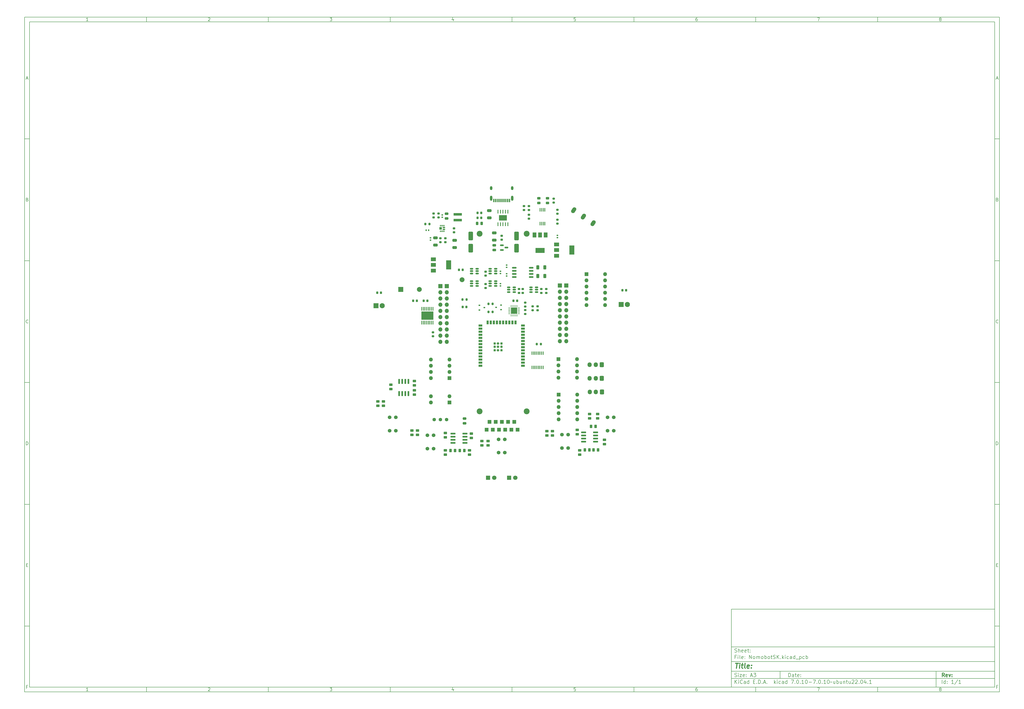
<source format=gbr>
%TF.GenerationSoftware,KiCad,Pcbnew,7.0.10-7.0.10~ubuntu22.04.1*%
%TF.CreationDate,2024-02-07T11:44:01+07:00*%
%TF.ProjectId,NomobotSK,4e6f6d6f-626f-4745-934b-2e6b69636164,rev?*%
%TF.SameCoordinates,Original*%
%TF.FileFunction,Copper,L2,Bot*%
%TF.FilePolarity,Positive*%
%FSLAX46Y46*%
G04 Gerber Fmt 4.6, Leading zero omitted, Abs format (unit mm)*
G04 Created by KiCad (PCBNEW 7.0.10-7.0.10~ubuntu22.04.1) date 2024-02-07 11:44:01*
%MOMM*%
%LPD*%
G01*
G04 APERTURE LIST*
G04 Aperture macros list*
%AMRoundRect*
0 Rectangle with rounded corners*
0 $1 Rounding radius*
0 $2 $3 $4 $5 $6 $7 $8 $9 X,Y pos of 4 corners*
0 Add a 4 corners polygon primitive as box body*
4,1,4,$2,$3,$4,$5,$6,$7,$8,$9,$2,$3,0*
0 Add four circle primitives for the rounded corners*
1,1,$1+$1,$2,$3*
1,1,$1+$1,$4,$5*
1,1,$1+$1,$6,$7*
1,1,$1+$1,$8,$9*
0 Add four rect primitives between the rounded corners*
20,1,$1+$1,$2,$3,$4,$5,0*
20,1,$1+$1,$4,$5,$6,$7,0*
20,1,$1+$1,$6,$7,$8,$9,0*
20,1,$1+$1,$8,$9,$2,$3,0*%
%AMHorizOval*
0 Thick line with rounded ends*
0 $1 width*
0 $2 $3 position (X,Y) of the first rounded end (center of the circle)*
0 $4 $5 position (X,Y) of the second rounded end (center of the circle)*
0 Add line between two ends*
20,1,$1,$2,$3,$4,$5,0*
0 Add two circle primitives to create the rounded ends*
1,1,$1,$2,$3*
1,1,$1,$4,$5*%
G04 Aperture macros list end*
%ADD10C,0.100000*%
%ADD11C,0.150000*%
%ADD12C,0.300000*%
%ADD13C,0.400000*%
%TA.AperFunction,ComponentPad*%
%ADD14RoundRect,0.250000X0.600000X0.725000X-0.600000X0.725000X-0.600000X-0.725000X0.600000X-0.725000X0*%
%TD*%
%TA.AperFunction,ComponentPad*%
%ADD15O,1.700000X1.950000*%
%TD*%
%TA.AperFunction,ComponentPad*%
%ADD16R,1.600000X1.600000*%
%TD*%
%TA.AperFunction,ComponentPad*%
%ADD17O,1.600000X1.600000*%
%TD*%
%TA.AperFunction,ComponentPad*%
%ADD18R,2.000000X2.000000*%
%TD*%
%TA.AperFunction,ComponentPad*%
%ADD19C,2.000000*%
%TD*%
%TA.AperFunction,ComponentPad*%
%ADD20C,2.400000*%
%TD*%
%TA.AperFunction,ComponentPad*%
%ADD21R,1.700000X1.700000*%
%TD*%
%TA.AperFunction,ComponentPad*%
%ADD22O,1.700000X1.700000*%
%TD*%
%TA.AperFunction,ComponentPad*%
%ADD23R,1.800000X1.800000*%
%TD*%
%TA.AperFunction,ComponentPad*%
%ADD24C,1.800000*%
%TD*%
%TA.AperFunction,ComponentPad*%
%ADD25HorizOval,1.600000X-0.277785X-0.415735X0.277785X0.415735X0*%
%TD*%
%TA.AperFunction,ComponentPad*%
%ADD26C,1.440000*%
%TD*%
%TA.AperFunction,ConnectorPad*%
%ADD27R,1.524000X1.524000*%
%TD*%
%TA.AperFunction,SMDPad,CuDef*%
%ADD28RoundRect,0.150000X0.512500X0.150000X-0.512500X0.150000X-0.512500X-0.150000X0.512500X-0.150000X0*%
%TD*%
%TA.AperFunction,SMDPad,CuDef*%
%ADD29RoundRect,0.140000X0.170000X-0.140000X0.170000X0.140000X-0.170000X0.140000X-0.170000X-0.140000X0*%
%TD*%
%TA.AperFunction,SMDPad,CuDef*%
%ADD30RoundRect,0.200000X0.275000X-0.200000X0.275000X0.200000X-0.275000X0.200000X-0.275000X-0.200000X0*%
%TD*%
%TA.AperFunction,SMDPad,CuDef*%
%ADD31RoundRect,0.250000X0.450000X-0.262500X0.450000X0.262500X-0.450000X0.262500X-0.450000X-0.262500X0*%
%TD*%
%TA.AperFunction,ComponentPad*%
%ADD32C,1.500000*%
%TD*%
%TA.AperFunction,SMDPad,CuDef*%
%ADD33RoundRect,0.225000X0.250000X-0.225000X0.250000X0.225000X-0.250000X0.225000X-0.250000X-0.225000X0*%
%TD*%
%TA.AperFunction,SMDPad,CuDef*%
%ADD34RoundRect,0.225000X0.225000X0.250000X-0.225000X0.250000X-0.225000X-0.250000X0.225000X-0.250000X0*%
%TD*%
%TA.AperFunction,SMDPad,CuDef*%
%ADD35RoundRect,0.200000X-0.200000X-0.275000X0.200000X-0.275000X0.200000X0.275000X-0.200000X0.275000X0*%
%TD*%
%TA.AperFunction,SMDPad,CuDef*%
%ADD36RoundRect,0.250000X0.262500X0.450000X-0.262500X0.450000X-0.262500X-0.450000X0.262500X-0.450000X0*%
%TD*%
%TA.AperFunction,SMDPad,CuDef*%
%ADD37RoundRect,0.200000X-0.275000X0.200000X-0.275000X-0.200000X0.275000X-0.200000X0.275000X0.200000X0*%
%TD*%
%TA.AperFunction,SMDPad,CuDef*%
%ADD38RoundRect,0.250000X-0.450000X0.262500X-0.450000X-0.262500X0.450000X-0.262500X0.450000X0.262500X0*%
%TD*%
%TA.AperFunction,SMDPad,CuDef*%
%ADD39RoundRect,0.243750X0.243750X0.456250X-0.243750X0.456250X-0.243750X-0.456250X0.243750X-0.456250X0*%
%TD*%
%TA.AperFunction,SMDPad,CuDef*%
%ADD40RoundRect,0.250000X0.650000X-0.325000X0.650000X0.325000X-0.650000X0.325000X-0.650000X-0.325000X0*%
%TD*%
%TA.AperFunction,SMDPad,CuDef*%
%ADD41RoundRect,0.150000X-0.512500X-0.150000X0.512500X-0.150000X0.512500X0.150000X-0.512500X0.150000X0*%
%TD*%
%TA.AperFunction,SMDPad,CuDef*%
%ADD42RoundRect,0.150000X-0.587500X-0.150000X0.587500X-0.150000X0.587500X0.150000X-0.587500X0.150000X0*%
%TD*%
%TA.AperFunction,SMDPad,CuDef*%
%ADD43R,0.600000X1.450000*%
%TD*%
%TA.AperFunction,SMDPad,CuDef*%
%ADD44R,0.300000X1.450000*%
%TD*%
%TA.AperFunction,ComponentPad*%
%ADD45O,1.000000X1.600000*%
%TD*%
%TA.AperFunction,ComponentPad*%
%ADD46O,1.000000X2.100000*%
%TD*%
%TA.AperFunction,SMDPad,CuDef*%
%ADD47RoundRect,0.042000X0.943000X0.258000X-0.943000X0.258000X-0.943000X-0.258000X0.943000X-0.258000X0*%
%TD*%
%TA.AperFunction,SMDPad,CuDef*%
%ADD48R,1.500000X2.000000*%
%TD*%
%TA.AperFunction,SMDPad,CuDef*%
%ADD49R,3.800000X2.000000*%
%TD*%
%TA.AperFunction,SMDPad,CuDef*%
%ADD50RoundRect,0.150000X0.800000X0.150000X-0.800000X0.150000X-0.800000X-0.150000X0.800000X-0.150000X0*%
%TD*%
%TA.AperFunction,SMDPad,CuDef*%
%ADD51RoundRect,0.250000X-0.475000X0.250000X-0.475000X-0.250000X0.475000X-0.250000X0.475000X0.250000X0*%
%TD*%
%TA.AperFunction,SMDPad,CuDef*%
%ADD52RoundRect,0.140000X-0.170000X0.140000X-0.170000X-0.140000X0.170000X-0.140000X0.170000X0.140000X0*%
%TD*%
%TA.AperFunction,SMDPad,CuDef*%
%ADD53RoundRect,0.243750X-0.456250X0.243750X-0.456250X-0.243750X0.456250X-0.243750X0.456250X0.243750X0*%
%TD*%
%TA.AperFunction,SMDPad,CuDef*%
%ADD54C,2.000000*%
%TD*%
%TA.AperFunction,SMDPad,CuDef*%
%ADD55RoundRect,0.250000X-0.650000X0.325000X-0.650000X-0.325000X0.650000X-0.325000X0.650000X0.325000X0*%
%TD*%
%TA.AperFunction,SMDPad,CuDef*%
%ADD56R,2.000000X1.500000*%
%TD*%
%TA.AperFunction,SMDPad,CuDef*%
%ADD57R,2.000000X3.800000*%
%TD*%
%TA.AperFunction,SMDPad,CuDef*%
%ADD58RoundRect,0.225000X-0.225000X-0.250000X0.225000X-0.250000X0.225000X0.250000X-0.225000X0.250000X0*%
%TD*%
%TA.AperFunction,SMDPad,CuDef*%
%ADD59R,1.500000X0.900000*%
%TD*%
%TA.AperFunction,SMDPad,CuDef*%
%ADD60R,0.900000X1.500000*%
%TD*%
%TA.AperFunction,SMDPad,CuDef*%
%ADD61R,0.900000X0.900000*%
%TD*%
%TA.AperFunction,ComponentPad*%
%ADD62C,0.300000*%
%TD*%
%TA.AperFunction,SMDPad,CuDef*%
%ADD63R,0.800000X0.600000*%
%TD*%
%TA.AperFunction,SMDPad,CuDef*%
%ADD64RoundRect,0.200000X0.200000X0.275000X-0.200000X0.275000X-0.200000X-0.275000X0.200000X-0.275000X0*%
%TD*%
%TA.AperFunction,SMDPad,CuDef*%
%ADD65RoundRect,0.225000X-0.250000X0.225000X-0.250000X-0.225000X0.250000X-0.225000X0.250000X0.225000X0*%
%TD*%
%TA.AperFunction,SMDPad,CuDef*%
%ADD66RoundRect,0.250000X-0.650000X1.500000X-0.650000X-1.500000X0.650000X-1.500000X0.650000X1.500000X0*%
%TD*%
%TA.AperFunction,SMDPad,CuDef*%
%ADD67RoundRect,0.250000X0.312500X0.625000X-0.312500X0.625000X-0.312500X-0.625000X0.312500X-0.625000X0*%
%TD*%
%TA.AperFunction,SMDPad,CuDef*%
%ADD68RoundRect,0.042000X-0.258000X0.943000X-0.258000X-0.943000X0.258000X-0.943000X0.258000X0.943000X0*%
%TD*%
%TA.AperFunction,ComponentPad*%
%ADD69R,2.100000X2.100000*%
%TD*%
%TA.AperFunction,ComponentPad*%
%ADD70C,2.100000*%
%TD*%
%TA.AperFunction,SMDPad,CuDef*%
%ADD71R,3.200000X2.200000*%
%TD*%
%TA.AperFunction,SMDPad,CuDef*%
%ADD72R,0.400000X1.500000*%
%TD*%
%TA.AperFunction,SMDPad,CuDef*%
%ADD73R,0.450000X1.475000*%
%TD*%
%TA.AperFunction,SMDPad,CuDef*%
%ADD74RoundRect,0.250000X0.650000X-1.500000X0.650000X1.500000X-0.650000X1.500000X-0.650000X-1.500000X0*%
%TD*%
%TA.AperFunction,SMDPad,CuDef*%
%ADD75RoundRect,0.012500X-0.112500X0.262500X-0.112500X-0.262500X0.112500X-0.262500X0.112500X0.262500X0*%
%TD*%
%TA.AperFunction,SMDPad,CuDef*%
%ADD76RoundRect,0.112500X-0.437500X0.112500X-0.437500X-0.112500X0.437500X-0.112500X0.437500X0.112500X0*%
%TD*%
%TA.AperFunction,SMDPad,CuDef*%
%ADD77RoundRect,0.110000X-0.440000X0.440000X-0.440000X-0.440000X0.440000X-0.440000X0.440000X0.440000X0*%
%TD*%
%TA.AperFunction,SMDPad,CuDef*%
%ADD78R,3.400000X0.980000*%
%TD*%
%TA.AperFunction,SMDPad,CuDef*%
%ADD79RoundRect,0.250000X0.475000X-0.250000X0.475000X0.250000X-0.475000X0.250000X-0.475000X-0.250000X0*%
%TD*%
%TA.AperFunction,SMDPad,CuDef*%
%ADD80RoundRect,0.062500X-0.062500X0.350000X-0.062500X-0.350000X0.062500X-0.350000X0.062500X0.350000X0*%
%TD*%
%TA.AperFunction,SMDPad,CuDef*%
%ADD81RoundRect,0.062500X-0.350000X0.062500X-0.350000X-0.062500X0.350000X-0.062500X0.350000X0.062500X0*%
%TD*%
%TA.AperFunction,ComponentPad*%
%ADD82C,0.500000*%
%TD*%
%TA.AperFunction,SMDPad,CuDef*%
%ADD83R,2.600000X2.600000*%
%TD*%
%TA.AperFunction,SMDPad,CuDef*%
%ADD84RoundRect,0.100000X0.100000X-0.637500X0.100000X0.637500X-0.100000X0.637500X-0.100000X-0.637500X0*%
%TD*%
%TA.AperFunction,SMDPad,CuDef*%
%ADD85RoundRect,0.100000X0.100000X-0.687500X0.100000X0.687500X-0.100000X0.687500X-0.100000X-0.687500X0*%
%TD*%
%TA.AperFunction,SMDPad,CuDef*%
%ADD86R,5.000000X3.400000*%
%TD*%
%TA.AperFunction,SMDPad,CuDef*%
%ADD87RoundRect,0.140000X0.140000X0.170000X-0.140000X0.170000X-0.140000X-0.170000X0.140000X-0.170000X0*%
%TD*%
G04 APERTURE END LIST*
D10*
D11*
X299989000Y-253002200D02*
X407989000Y-253002200D01*
X407989000Y-285002200D01*
X299989000Y-285002200D01*
X299989000Y-253002200D01*
D10*
D11*
X10000000Y-10000000D02*
X409989000Y-10000000D01*
X409989000Y-287002200D01*
X10000000Y-287002200D01*
X10000000Y-10000000D01*
D10*
D11*
X12000000Y-12000000D02*
X407989000Y-12000000D01*
X407989000Y-285002200D01*
X12000000Y-285002200D01*
X12000000Y-12000000D01*
D10*
D11*
X60000000Y-12000000D02*
X60000000Y-10000000D01*
D10*
D11*
X110000000Y-12000000D02*
X110000000Y-10000000D01*
D10*
D11*
X160000000Y-12000000D02*
X160000000Y-10000000D01*
D10*
D11*
X210000000Y-12000000D02*
X210000000Y-10000000D01*
D10*
D11*
X260000000Y-12000000D02*
X260000000Y-10000000D01*
D10*
D11*
X310000000Y-12000000D02*
X310000000Y-10000000D01*
D10*
D11*
X360000000Y-12000000D02*
X360000000Y-10000000D01*
D10*
D11*
X36089160Y-11593604D02*
X35346303Y-11593604D01*
X35717731Y-11593604D02*
X35717731Y-10293604D01*
X35717731Y-10293604D02*
X35593922Y-10479319D01*
X35593922Y-10479319D02*
X35470112Y-10603128D01*
X35470112Y-10603128D02*
X35346303Y-10665033D01*
D10*
D11*
X85346303Y-10417414D02*
X85408207Y-10355509D01*
X85408207Y-10355509D02*
X85532017Y-10293604D01*
X85532017Y-10293604D02*
X85841541Y-10293604D01*
X85841541Y-10293604D02*
X85965350Y-10355509D01*
X85965350Y-10355509D02*
X86027255Y-10417414D01*
X86027255Y-10417414D02*
X86089160Y-10541223D01*
X86089160Y-10541223D02*
X86089160Y-10665033D01*
X86089160Y-10665033D02*
X86027255Y-10850747D01*
X86027255Y-10850747D02*
X85284398Y-11593604D01*
X85284398Y-11593604D02*
X86089160Y-11593604D01*
D10*
D11*
X135284398Y-10293604D02*
X136089160Y-10293604D01*
X136089160Y-10293604D02*
X135655826Y-10788842D01*
X135655826Y-10788842D02*
X135841541Y-10788842D01*
X135841541Y-10788842D02*
X135965350Y-10850747D01*
X135965350Y-10850747D02*
X136027255Y-10912652D01*
X136027255Y-10912652D02*
X136089160Y-11036461D01*
X136089160Y-11036461D02*
X136089160Y-11345985D01*
X136089160Y-11345985D02*
X136027255Y-11469795D01*
X136027255Y-11469795D02*
X135965350Y-11531700D01*
X135965350Y-11531700D02*
X135841541Y-11593604D01*
X135841541Y-11593604D02*
X135470112Y-11593604D01*
X135470112Y-11593604D02*
X135346303Y-11531700D01*
X135346303Y-11531700D02*
X135284398Y-11469795D01*
D10*
D11*
X185965350Y-10726938D02*
X185965350Y-11593604D01*
X185655826Y-10231700D02*
X185346303Y-11160271D01*
X185346303Y-11160271D02*
X186151064Y-11160271D01*
D10*
D11*
X236027255Y-10293604D02*
X235408207Y-10293604D01*
X235408207Y-10293604D02*
X235346303Y-10912652D01*
X235346303Y-10912652D02*
X235408207Y-10850747D01*
X235408207Y-10850747D02*
X235532017Y-10788842D01*
X235532017Y-10788842D02*
X235841541Y-10788842D01*
X235841541Y-10788842D02*
X235965350Y-10850747D01*
X235965350Y-10850747D02*
X236027255Y-10912652D01*
X236027255Y-10912652D02*
X236089160Y-11036461D01*
X236089160Y-11036461D02*
X236089160Y-11345985D01*
X236089160Y-11345985D02*
X236027255Y-11469795D01*
X236027255Y-11469795D02*
X235965350Y-11531700D01*
X235965350Y-11531700D02*
X235841541Y-11593604D01*
X235841541Y-11593604D02*
X235532017Y-11593604D01*
X235532017Y-11593604D02*
X235408207Y-11531700D01*
X235408207Y-11531700D02*
X235346303Y-11469795D01*
D10*
D11*
X285965350Y-10293604D02*
X285717731Y-10293604D01*
X285717731Y-10293604D02*
X285593922Y-10355509D01*
X285593922Y-10355509D02*
X285532017Y-10417414D01*
X285532017Y-10417414D02*
X285408207Y-10603128D01*
X285408207Y-10603128D02*
X285346303Y-10850747D01*
X285346303Y-10850747D02*
X285346303Y-11345985D01*
X285346303Y-11345985D02*
X285408207Y-11469795D01*
X285408207Y-11469795D02*
X285470112Y-11531700D01*
X285470112Y-11531700D02*
X285593922Y-11593604D01*
X285593922Y-11593604D02*
X285841541Y-11593604D01*
X285841541Y-11593604D02*
X285965350Y-11531700D01*
X285965350Y-11531700D02*
X286027255Y-11469795D01*
X286027255Y-11469795D02*
X286089160Y-11345985D01*
X286089160Y-11345985D02*
X286089160Y-11036461D01*
X286089160Y-11036461D02*
X286027255Y-10912652D01*
X286027255Y-10912652D02*
X285965350Y-10850747D01*
X285965350Y-10850747D02*
X285841541Y-10788842D01*
X285841541Y-10788842D02*
X285593922Y-10788842D01*
X285593922Y-10788842D02*
X285470112Y-10850747D01*
X285470112Y-10850747D02*
X285408207Y-10912652D01*
X285408207Y-10912652D02*
X285346303Y-11036461D01*
D10*
D11*
X335284398Y-10293604D02*
X336151064Y-10293604D01*
X336151064Y-10293604D02*
X335593922Y-11593604D01*
D10*
D11*
X385593922Y-10850747D02*
X385470112Y-10788842D01*
X385470112Y-10788842D02*
X385408207Y-10726938D01*
X385408207Y-10726938D02*
X385346303Y-10603128D01*
X385346303Y-10603128D02*
X385346303Y-10541223D01*
X385346303Y-10541223D02*
X385408207Y-10417414D01*
X385408207Y-10417414D02*
X385470112Y-10355509D01*
X385470112Y-10355509D02*
X385593922Y-10293604D01*
X385593922Y-10293604D02*
X385841541Y-10293604D01*
X385841541Y-10293604D02*
X385965350Y-10355509D01*
X385965350Y-10355509D02*
X386027255Y-10417414D01*
X386027255Y-10417414D02*
X386089160Y-10541223D01*
X386089160Y-10541223D02*
X386089160Y-10603128D01*
X386089160Y-10603128D02*
X386027255Y-10726938D01*
X386027255Y-10726938D02*
X385965350Y-10788842D01*
X385965350Y-10788842D02*
X385841541Y-10850747D01*
X385841541Y-10850747D02*
X385593922Y-10850747D01*
X385593922Y-10850747D02*
X385470112Y-10912652D01*
X385470112Y-10912652D02*
X385408207Y-10974557D01*
X385408207Y-10974557D02*
X385346303Y-11098366D01*
X385346303Y-11098366D02*
X385346303Y-11345985D01*
X385346303Y-11345985D02*
X385408207Y-11469795D01*
X385408207Y-11469795D02*
X385470112Y-11531700D01*
X385470112Y-11531700D02*
X385593922Y-11593604D01*
X385593922Y-11593604D02*
X385841541Y-11593604D01*
X385841541Y-11593604D02*
X385965350Y-11531700D01*
X385965350Y-11531700D02*
X386027255Y-11469795D01*
X386027255Y-11469795D02*
X386089160Y-11345985D01*
X386089160Y-11345985D02*
X386089160Y-11098366D01*
X386089160Y-11098366D02*
X386027255Y-10974557D01*
X386027255Y-10974557D02*
X385965350Y-10912652D01*
X385965350Y-10912652D02*
X385841541Y-10850747D01*
D10*
D11*
X60000000Y-285002200D02*
X60000000Y-287002200D01*
D10*
D11*
X110000000Y-285002200D02*
X110000000Y-287002200D01*
D10*
D11*
X160000000Y-285002200D02*
X160000000Y-287002200D01*
D10*
D11*
X210000000Y-285002200D02*
X210000000Y-287002200D01*
D10*
D11*
X260000000Y-285002200D02*
X260000000Y-287002200D01*
D10*
D11*
X310000000Y-285002200D02*
X310000000Y-287002200D01*
D10*
D11*
X360000000Y-285002200D02*
X360000000Y-287002200D01*
D10*
D11*
X36089160Y-286595804D02*
X35346303Y-286595804D01*
X35717731Y-286595804D02*
X35717731Y-285295804D01*
X35717731Y-285295804D02*
X35593922Y-285481519D01*
X35593922Y-285481519D02*
X35470112Y-285605328D01*
X35470112Y-285605328D02*
X35346303Y-285667233D01*
D10*
D11*
X85346303Y-285419614D02*
X85408207Y-285357709D01*
X85408207Y-285357709D02*
X85532017Y-285295804D01*
X85532017Y-285295804D02*
X85841541Y-285295804D01*
X85841541Y-285295804D02*
X85965350Y-285357709D01*
X85965350Y-285357709D02*
X86027255Y-285419614D01*
X86027255Y-285419614D02*
X86089160Y-285543423D01*
X86089160Y-285543423D02*
X86089160Y-285667233D01*
X86089160Y-285667233D02*
X86027255Y-285852947D01*
X86027255Y-285852947D02*
X85284398Y-286595804D01*
X85284398Y-286595804D02*
X86089160Y-286595804D01*
D10*
D11*
X135284398Y-285295804D02*
X136089160Y-285295804D01*
X136089160Y-285295804D02*
X135655826Y-285791042D01*
X135655826Y-285791042D02*
X135841541Y-285791042D01*
X135841541Y-285791042D02*
X135965350Y-285852947D01*
X135965350Y-285852947D02*
X136027255Y-285914852D01*
X136027255Y-285914852D02*
X136089160Y-286038661D01*
X136089160Y-286038661D02*
X136089160Y-286348185D01*
X136089160Y-286348185D02*
X136027255Y-286471995D01*
X136027255Y-286471995D02*
X135965350Y-286533900D01*
X135965350Y-286533900D02*
X135841541Y-286595804D01*
X135841541Y-286595804D02*
X135470112Y-286595804D01*
X135470112Y-286595804D02*
X135346303Y-286533900D01*
X135346303Y-286533900D02*
X135284398Y-286471995D01*
D10*
D11*
X185965350Y-285729138D02*
X185965350Y-286595804D01*
X185655826Y-285233900D02*
X185346303Y-286162471D01*
X185346303Y-286162471D02*
X186151064Y-286162471D01*
D10*
D11*
X236027255Y-285295804D02*
X235408207Y-285295804D01*
X235408207Y-285295804D02*
X235346303Y-285914852D01*
X235346303Y-285914852D02*
X235408207Y-285852947D01*
X235408207Y-285852947D02*
X235532017Y-285791042D01*
X235532017Y-285791042D02*
X235841541Y-285791042D01*
X235841541Y-285791042D02*
X235965350Y-285852947D01*
X235965350Y-285852947D02*
X236027255Y-285914852D01*
X236027255Y-285914852D02*
X236089160Y-286038661D01*
X236089160Y-286038661D02*
X236089160Y-286348185D01*
X236089160Y-286348185D02*
X236027255Y-286471995D01*
X236027255Y-286471995D02*
X235965350Y-286533900D01*
X235965350Y-286533900D02*
X235841541Y-286595804D01*
X235841541Y-286595804D02*
X235532017Y-286595804D01*
X235532017Y-286595804D02*
X235408207Y-286533900D01*
X235408207Y-286533900D02*
X235346303Y-286471995D01*
D10*
D11*
X285965350Y-285295804D02*
X285717731Y-285295804D01*
X285717731Y-285295804D02*
X285593922Y-285357709D01*
X285593922Y-285357709D02*
X285532017Y-285419614D01*
X285532017Y-285419614D02*
X285408207Y-285605328D01*
X285408207Y-285605328D02*
X285346303Y-285852947D01*
X285346303Y-285852947D02*
X285346303Y-286348185D01*
X285346303Y-286348185D02*
X285408207Y-286471995D01*
X285408207Y-286471995D02*
X285470112Y-286533900D01*
X285470112Y-286533900D02*
X285593922Y-286595804D01*
X285593922Y-286595804D02*
X285841541Y-286595804D01*
X285841541Y-286595804D02*
X285965350Y-286533900D01*
X285965350Y-286533900D02*
X286027255Y-286471995D01*
X286027255Y-286471995D02*
X286089160Y-286348185D01*
X286089160Y-286348185D02*
X286089160Y-286038661D01*
X286089160Y-286038661D02*
X286027255Y-285914852D01*
X286027255Y-285914852D02*
X285965350Y-285852947D01*
X285965350Y-285852947D02*
X285841541Y-285791042D01*
X285841541Y-285791042D02*
X285593922Y-285791042D01*
X285593922Y-285791042D02*
X285470112Y-285852947D01*
X285470112Y-285852947D02*
X285408207Y-285914852D01*
X285408207Y-285914852D02*
X285346303Y-286038661D01*
D10*
D11*
X335284398Y-285295804D02*
X336151064Y-285295804D01*
X336151064Y-285295804D02*
X335593922Y-286595804D01*
D10*
D11*
X385593922Y-285852947D02*
X385470112Y-285791042D01*
X385470112Y-285791042D02*
X385408207Y-285729138D01*
X385408207Y-285729138D02*
X385346303Y-285605328D01*
X385346303Y-285605328D02*
X385346303Y-285543423D01*
X385346303Y-285543423D02*
X385408207Y-285419614D01*
X385408207Y-285419614D02*
X385470112Y-285357709D01*
X385470112Y-285357709D02*
X385593922Y-285295804D01*
X385593922Y-285295804D02*
X385841541Y-285295804D01*
X385841541Y-285295804D02*
X385965350Y-285357709D01*
X385965350Y-285357709D02*
X386027255Y-285419614D01*
X386027255Y-285419614D02*
X386089160Y-285543423D01*
X386089160Y-285543423D02*
X386089160Y-285605328D01*
X386089160Y-285605328D02*
X386027255Y-285729138D01*
X386027255Y-285729138D02*
X385965350Y-285791042D01*
X385965350Y-285791042D02*
X385841541Y-285852947D01*
X385841541Y-285852947D02*
X385593922Y-285852947D01*
X385593922Y-285852947D02*
X385470112Y-285914852D01*
X385470112Y-285914852D02*
X385408207Y-285976757D01*
X385408207Y-285976757D02*
X385346303Y-286100566D01*
X385346303Y-286100566D02*
X385346303Y-286348185D01*
X385346303Y-286348185D02*
X385408207Y-286471995D01*
X385408207Y-286471995D02*
X385470112Y-286533900D01*
X385470112Y-286533900D02*
X385593922Y-286595804D01*
X385593922Y-286595804D02*
X385841541Y-286595804D01*
X385841541Y-286595804D02*
X385965350Y-286533900D01*
X385965350Y-286533900D02*
X386027255Y-286471995D01*
X386027255Y-286471995D02*
X386089160Y-286348185D01*
X386089160Y-286348185D02*
X386089160Y-286100566D01*
X386089160Y-286100566D02*
X386027255Y-285976757D01*
X386027255Y-285976757D02*
X385965350Y-285914852D01*
X385965350Y-285914852D02*
X385841541Y-285852947D01*
D10*
D11*
X10000000Y-60000000D02*
X12000000Y-60000000D01*
D10*
D11*
X10000000Y-110000000D02*
X12000000Y-110000000D01*
D10*
D11*
X10000000Y-160000000D02*
X12000000Y-160000000D01*
D10*
D11*
X10000000Y-210000000D02*
X12000000Y-210000000D01*
D10*
D11*
X10000000Y-260000000D02*
X12000000Y-260000000D01*
D10*
D11*
X10690476Y-35222176D02*
X11309523Y-35222176D01*
X10566666Y-35593604D02*
X10999999Y-34293604D01*
X10999999Y-34293604D02*
X11433333Y-35593604D01*
D10*
D11*
X11092857Y-84912652D02*
X11278571Y-84974557D01*
X11278571Y-84974557D02*
X11340476Y-85036461D01*
X11340476Y-85036461D02*
X11402380Y-85160271D01*
X11402380Y-85160271D02*
X11402380Y-85345985D01*
X11402380Y-85345985D02*
X11340476Y-85469795D01*
X11340476Y-85469795D02*
X11278571Y-85531700D01*
X11278571Y-85531700D02*
X11154761Y-85593604D01*
X11154761Y-85593604D02*
X10659523Y-85593604D01*
X10659523Y-85593604D02*
X10659523Y-84293604D01*
X10659523Y-84293604D02*
X11092857Y-84293604D01*
X11092857Y-84293604D02*
X11216666Y-84355509D01*
X11216666Y-84355509D02*
X11278571Y-84417414D01*
X11278571Y-84417414D02*
X11340476Y-84541223D01*
X11340476Y-84541223D02*
X11340476Y-84665033D01*
X11340476Y-84665033D02*
X11278571Y-84788842D01*
X11278571Y-84788842D02*
X11216666Y-84850747D01*
X11216666Y-84850747D02*
X11092857Y-84912652D01*
X11092857Y-84912652D02*
X10659523Y-84912652D01*
D10*
D11*
X11402380Y-135469795D02*
X11340476Y-135531700D01*
X11340476Y-135531700D02*
X11154761Y-135593604D01*
X11154761Y-135593604D02*
X11030952Y-135593604D01*
X11030952Y-135593604D02*
X10845238Y-135531700D01*
X10845238Y-135531700D02*
X10721428Y-135407890D01*
X10721428Y-135407890D02*
X10659523Y-135284080D01*
X10659523Y-135284080D02*
X10597619Y-135036461D01*
X10597619Y-135036461D02*
X10597619Y-134850747D01*
X10597619Y-134850747D02*
X10659523Y-134603128D01*
X10659523Y-134603128D02*
X10721428Y-134479319D01*
X10721428Y-134479319D02*
X10845238Y-134355509D01*
X10845238Y-134355509D02*
X11030952Y-134293604D01*
X11030952Y-134293604D02*
X11154761Y-134293604D01*
X11154761Y-134293604D02*
X11340476Y-134355509D01*
X11340476Y-134355509D02*
X11402380Y-134417414D01*
D10*
D11*
X10659523Y-185593604D02*
X10659523Y-184293604D01*
X10659523Y-184293604D02*
X10969047Y-184293604D01*
X10969047Y-184293604D02*
X11154761Y-184355509D01*
X11154761Y-184355509D02*
X11278571Y-184479319D01*
X11278571Y-184479319D02*
X11340476Y-184603128D01*
X11340476Y-184603128D02*
X11402380Y-184850747D01*
X11402380Y-184850747D02*
X11402380Y-185036461D01*
X11402380Y-185036461D02*
X11340476Y-185284080D01*
X11340476Y-185284080D02*
X11278571Y-185407890D01*
X11278571Y-185407890D02*
X11154761Y-185531700D01*
X11154761Y-185531700D02*
X10969047Y-185593604D01*
X10969047Y-185593604D02*
X10659523Y-185593604D01*
D10*
D11*
X10721428Y-234912652D02*
X11154762Y-234912652D01*
X11340476Y-235593604D02*
X10721428Y-235593604D01*
X10721428Y-235593604D02*
X10721428Y-234293604D01*
X10721428Y-234293604D02*
X11340476Y-234293604D01*
D10*
D11*
X11185714Y-284912652D02*
X10752380Y-284912652D01*
X10752380Y-285593604D02*
X10752380Y-284293604D01*
X10752380Y-284293604D02*
X11371428Y-284293604D01*
D10*
D11*
X409989000Y-60000000D02*
X407989000Y-60000000D01*
D10*
D11*
X409989000Y-110000000D02*
X407989000Y-110000000D01*
D10*
D11*
X409989000Y-160000000D02*
X407989000Y-160000000D01*
D10*
D11*
X409989000Y-210000000D02*
X407989000Y-210000000D01*
D10*
D11*
X409989000Y-260000000D02*
X407989000Y-260000000D01*
D10*
D11*
X408679476Y-35222176D02*
X409298523Y-35222176D01*
X408555666Y-35593604D02*
X408988999Y-34293604D01*
X408988999Y-34293604D02*
X409422333Y-35593604D01*
D10*
D11*
X409081857Y-84912652D02*
X409267571Y-84974557D01*
X409267571Y-84974557D02*
X409329476Y-85036461D01*
X409329476Y-85036461D02*
X409391380Y-85160271D01*
X409391380Y-85160271D02*
X409391380Y-85345985D01*
X409391380Y-85345985D02*
X409329476Y-85469795D01*
X409329476Y-85469795D02*
X409267571Y-85531700D01*
X409267571Y-85531700D02*
X409143761Y-85593604D01*
X409143761Y-85593604D02*
X408648523Y-85593604D01*
X408648523Y-85593604D02*
X408648523Y-84293604D01*
X408648523Y-84293604D02*
X409081857Y-84293604D01*
X409081857Y-84293604D02*
X409205666Y-84355509D01*
X409205666Y-84355509D02*
X409267571Y-84417414D01*
X409267571Y-84417414D02*
X409329476Y-84541223D01*
X409329476Y-84541223D02*
X409329476Y-84665033D01*
X409329476Y-84665033D02*
X409267571Y-84788842D01*
X409267571Y-84788842D02*
X409205666Y-84850747D01*
X409205666Y-84850747D02*
X409081857Y-84912652D01*
X409081857Y-84912652D02*
X408648523Y-84912652D01*
D10*
D11*
X409391380Y-135469795D02*
X409329476Y-135531700D01*
X409329476Y-135531700D02*
X409143761Y-135593604D01*
X409143761Y-135593604D02*
X409019952Y-135593604D01*
X409019952Y-135593604D02*
X408834238Y-135531700D01*
X408834238Y-135531700D02*
X408710428Y-135407890D01*
X408710428Y-135407890D02*
X408648523Y-135284080D01*
X408648523Y-135284080D02*
X408586619Y-135036461D01*
X408586619Y-135036461D02*
X408586619Y-134850747D01*
X408586619Y-134850747D02*
X408648523Y-134603128D01*
X408648523Y-134603128D02*
X408710428Y-134479319D01*
X408710428Y-134479319D02*
X408834238Y-134355509D01*
X408834238Y-134355509D02*
X409019952Y-134293604D01*
X409019952Y-134293604D02*
X409143761Y-134293604D01*
X409143761Y-134293604D02*
X409329476Y-134355509D01*
X409329476Y-134355509D02*
X409391380Y-134417414D01*
D10*
D11*
X408648523Y-185593604D02*
X408648523Y-184293604D01*
X408648523Y-184293604D02*
X408958047Y-184293604D01*
X408958047Y-184293604D02*
X409143761Y-184355509D01*
X409143761Y-184355509D02*
X409267571Y-184479319D01*
X409267571Y-184479319D02*
X409329476Y-184603128D01*
X409329476Y-184603128D02*
X409391380Y-184850747D01*
X409391380Y-184850747D02*
X409391380Y-185036461D01*
X409391380Y-185036461D02*
X409329476Y-185284080D01*
X409329476Y-185284080D02*
X409267571Y-185407890D01*
X409267571Y-185407890D02*
X409143761Y-185531700D01*
X409143761Y-185531700D02*
X408958047Y-185593604D01*
X408958047Y-185593604D02*
X408648523Y-185593604D01*
D10*
D11*
X408710428Y-234912652D02*
X409143762Y-234912652D01*
X409329476Y-235593604D02*
X408710428Y-235593604D01*
X408710428Y-235593604D02*
X408710428Y-234293604D01*
X408710428Y-234293604D02*
X409329476Y-234293604D01*
D10*
D11*
X409174714Y-284912652D02*
X408741380Y-284912652D01*
X408741380Y-285593604D02*
X408741380Y-284293604D01*
X408741380Y-284293604D02*
X409360428Y-284293604D01*
D10*
D11*
X323444826Y-280788328D02*
X323444826Y-279288328D01*
X323444826Y-279288328D02*
X323801969Y-279288328D01*
X323801969Y-279288328D02*
X324016255Y-279359757D01*
X324016255Y-279359757D02*
X324159112Y-279502614D01*
X324159112Y-279502614D02*
X324230541Y-279645471D01*
X324230541Y-279645471D02*
X324301969Y-279931185D01*
X324301969Y-279931185D02*
X324301969Y-280145471D01*
X324301969Y-280145471D02*
X324230541Y-280431185D01*
X324230541Y-280431185D02*
X324159112Y-280574042D01*
X324159112Y-280574042D02*
X324016255Y-280716900D01*
X324016255Y-280716900D02*
X323801969Y-280788328D01*
X323801969Y-280788328D02*
X323444826Y-280788328D01*
X325587684Y-280788328D02*
X325587684Y-280002614D01*
X325587684Y-280002614D02*
X325516255Y-279859757D01*
X325516255Y-279859757D02*
X325373398Y-279788328D01*
X325373398Y-279788328D02*
X325087684Y-279788328D01*
X325087684Y-279788328D02*
X324944826Y-279859757D01*
X325587684Y-280716900D02*
X325444826Y-280788328D01*
X325444826Y-280788328D02*
X325087684Y-280788328D01*
X325087684Y-280788328D02*
X324944826Y-280716900D01*
X324944826Y-280716900D02*
X324873398Y-280574042D01*
X324873398Y-280574042D02*
X324873398Y-280431185D01*
X324873398Y-280431185D02*
X324944826Y-280288328D01*
X324944826Y-280288328D02*
X325087684Y-280216900D01*
X325087684Y-280216900D02*
X325444826Y-280216900D01*
X325444826Y-280216900D02*
X325587684Y-280145471D01*
X326087684Y-279788328D02*
X326659112Y-279788328D01*
X326301969Y-279288328D02*
X326301969Y-280574042D01*
X326301969Y-280574042D02*
X326373398Y-280716900D01*
X326373398Y-280716900D02*
X326516255Y-280788328D01*
X326516255Y-280788328D02*
X326659112Y-280788328D01*
X327730541Y-280716900D02*
X327587684Y-280788328D01*
X327587684Y-280788328D02*
X327301970Y-280788328D01*
X327301970Y-280788328D02*
X327159112Y-280716900D01*
X327159112Y-280716900D02*
X327087684Y-280574042D01*
X327087684Y-280574042D02*
X327087684Y-280002614D01*
X327087684Y-280002614D02*
X327159112Y-279859757D01*
X327159112Y-279859757D02*
X327301970Y-279788328D01*
X327301970Y-279788328D02*
X327587684Y-279788328D01*
X327587684Y-279788328D02*
X327730541Y-279859757D01*
X327730541Y-279859757D02*
X327801970Y-280002614D01*
X327801970Y-280002614D02*
X327801970Y-280145471D01*
X327801970Y-280145471D02*
X327087684Y-280288328D01*
X328444826Y-280645471D02*
X328516255Y-280716900D01*
X328516255Y-280716900D02*
X328444826Y-280788328D01*
X328444826Y-280788328D02*
X328373398Y-280716900D01*
X328373398Y-280716900D02*
X328444826Y-280645471D01*
X328444826Y-280645471D02*
X328444826Y-280788328D01*
X328444826Y-279859757D02*
X328516255Y-279931185D01*
X328516255Y-279931185D02*
X328444826Y-280002614D01*
X328444826Y-280002614D02*
X328373398Y-279931185D01*
X328373398Y-279931185D02*
X328444826Y-279859757D01*
X328444826Y-279859757D02*
X328444826Y-280002614D01*
D10*
D11*
X299989000Y-281502200D02*
X407989000Y-281502200D01*
D10*
D11*
X301444826Y-283588328D02*
X301444826Y-282088328D01*
X302301969Y-283588328D02*
X301659112Y-282731185D01*
X302301969Y-282088328D02*
X301444826Y-282945471D01*
X302944826Y-283588328D02*
X302944826Y-282588328D01*
X302944826Y-282088328D02*
X302873398Y-282159757D01*
X302873398Y-282159757D02*
X302944826Y-282231185D01*
X302944826Y-282231185D02*
X303016255Y-282159757D01*
X303016255Y-282159757D02*
X302944826Y-282088328D01*
X302944826Y-282088328D02*
X302944826Y-282231185D01*
X304516255Y-283445471D02*
X304444827Y-283516900D01*
X304444827Y-283516900D02*
X304230541Y-283588328D01*
X304230541Y-283588328D02*
X304087684Y-283588328D01*
X304087684Y-283588328D02*
X303873398Y-283516900D01*
X303873398Y-283516900D02*
X303730541Y-283374042D01*
X303730541Y-283374042D02*
X303659112Y-283231185D01*
X303659112Y-283231185D02*
X303587684Y-282945471D01*
X303587684Y-282945471D02*
X303587684Y-282731185D01*
X303587684Y-282731185D02*
X303659112Y-282445471D01*
X303659112Y-282445471D02*
X303730541Y-282302614D01*
X303730541Y-282302614D02*
X303873398Y-282159757D01*
X303873398Y-282159757D02*
X304087684Y-282088328D01*
X304087684Y-282088328D02*
X304230541Y-282088328D01*
X304230541Y-282088328D02*
X304444827Y-282159757D01*
X304444827Y-282159757D02*
X304516255Y-282231185D01*
X305801970Y-283588328D02*
X305801970Y-282802614D01*
X305801970Y-282802614D02*
X305730541Y-282659757D01*
X305730541Y-282659757D02*
X305587684Y-282588328D01*
X305587684Y-282588328D02*
X305301970Y-282588328D01*
X305301970Y-282588328D02*
X305159112Y-282659757D01*
X305801970Y-283516900D02*
X305659112Y-283588328D01*
X305659112Y-283588328D02*
X305301970Y-283588328D01*
X305301970Y-283588328D02*
X305159112Y-283516900D01*
X305159112Y-283516900D02*
X305087684Y-283374042D01*
X305087684Y-283374042D02*
X305087684Y-283231185D01*
X305087684Y-283231185D02*
X305159112Y-283088328D01*
X305159112Y-283088328D02*
X305301970Y-283016900D01*
X305301970Y-283016900D02*
X305659112Y-283016900D01*
X305659112Y-283016900D02*
X305801970Y-282945471D01*
X307159113Y-283588328D02*
X307159113Y-282088328D01*
X307159113Y-283516900D02*
X307016255Y-283588328D01*
X307016255Y-283588328D02*
X306730541Y-283588328D01*
X306730541Y-283588328D02*
X306587684Y-283516900D01*
X306587684Y-283516900D02*
X306516255Y-283445471D01*
X306516255Y-283445471D02*
X306444827Y-283302614D01*
X306444827Y-283302614D02*
X306444827Y-282874042D01*
X306444827Y-282874042D02*
X306516255Y-282731185D01*
X306516255Y-282731185D02*
X306587684Y-282659757D01*
X306587684Y-282659757D02*
X306730541Y-282588328D01*
X306730541Y-282588328D02*
X307016255Y-282588328D01*
X307016255Y-282588328D02*
X307159113Y-282659757D01*
X309016255Y-282802614D02*
X309516255Y-282802614D01*
X309730541Y-283588328D02*
X309016255Y-283588328D01*
X309016255Y-283588328D02*
X309016255Y-282088328D01*
X309016255Y-282088328D02*
X309730541Y-282088328D01*
X310373398Y-283445471D02*
X310444827Y-283516900D01*
X310444827Y-283516900D02*
X310373398Y-283588328D01*
X310373398Y-283588328D02*
X310301970Y-283516900D01*
X310301970Y-283516900D02*
X310373398Y-283445471D01*
X310373398Y-283445471D02*
X310373398Y-283588328D01*
X311087684Y-283588328D02*
X311087684Y-282088328D01*
X311087684Y-282088328D02*
X311444827Y-282088328D01*
X311444827Y-282088328D02*
X311659113Y-282159757D01*
X311659113Y-282159757D02*
X311801970Y-282302614D01*
X311801970Y-282302614D02*
X311873399Y-282445471D01*
X311873399Y-282445471D02*
X311944827Y-282731185D01*
X311944827Y-282731185D02*
X311944827Y-282945471D01*
X311944827Y-282945471D02*
X311873399Y-283231185D01*
X311873399Y-283231185D02*
X311801970Y-283374042D01*
X311801970Y-283374042D02*
X311659113Y-283516900D01*
X311659113Y-283516900D02*
X311444827Y-283588328D01*
X311444827Y-283588328D02*
X311087684Y-283588328D01*
X312587684Y-283445471D02*
X312659113Y-283516900D01*
X312659113Y-283516900D02*
X312587684Y-283588328D01*
X312587684Y-283588328D02*
X312516256Y-283516900D01*
X312516256Y-283516900D02*
X312587684Y-283445471D01*
X312587684Y-283445471D02*
X312587684Y-283588328D01*
X313230542Y-283159757D02*
X313944828Y-283159757D01*
X313087685Y-283588328D02*
X313587685Y-282088328D01*
X313587685Y-282088328D02*
X314087685Y-283588328D01*
X314587684Y-283445471D02*
X314659113Y-283516900D01*
X314659113Y-283516900D02*
X314587684Y-283588328D01*
X314587684Y-283588328D02*
X314516256Y-283516900D01*
X314516256Y-283516900D02*
X314587684Y-283445471D01*
X314587684Y-283445471D02*
X314587684Y-283588328D01*
X317587684Y-283588328D02*
X317587684Y-282088328D01*
X317730542Y-283016900D02*
X318159113Y-283588328D01*
X318159113Y-282588328D02*
X317587684Y-283159757D01*
X318801970Y-283588328D02*
X318801970Y-282588328D01*
X318801970Y-282088328D02*
X318730542Y-282159757D01*
X318730542Y-282159757D02*
X318801970Y-282231185D01*
X318801970Y-282231185D02*
X318873399Y-282159757D01*
X318873399Y-282159757D02*
X318801970Y-282088328D01*
X318801970Y-282088328D02*
X318801970Y-282231185D01*
X320159114Y-283516900D02*
X320016256Y-283588328D01*
X320016256Y-283588328D02*
X319730542Y-283588328D01*
X319730542Y-283588328D02*
X319587685Y-283516900D01*
X319587685Y-283516900D02*
X319516256Y-283445471D01*
X319516256Y-283445471D02*
X319444828Y-283302614D01*
X319444828Y-283302614D02*
X319444828Y-282874042D01*
X319444828Y-282874042D02*
X319516256Y-282731185D01*
X319516256Y-282731185D02*
X319587685Y-282659757D01*
X319587685Y-282659757D02*
X319730542Y-282588328D01*
X319730542Y-282588328D02*
X320016256Y-282588328D01*
X320016256Y-282588328D02*
X320159114Y-282659757D01*
X321444828Y-283588328D02*
X321444828Y-282802614D01*
X321444828Y-282802614D02*
X321373399Y-282659757D01*
X321373399Y-282659757D02*
X321230542Y-282588328D01*
X321230542Y-282588328D02*
X320944828Y-282588328D01*
X320944828Y-282588328D02*
X320801970Y-282659757D01*
X321444828Y-283516900D02*
X321301970Y-283588328D01*
X321301970Y-283588328D02*
X320944828Y-283588328D01*
X320944828Y-283588328D02*
X320801970Y-283516900D01*
X320801970Y-283516900D02*
X320730542Y-283374042D01*
X320730542Y-283374042D02*
X320730542Y-283231185D01*
X320730542Y-283231185D02*
X320801970Y-283088328D01*
X320801970Y-283088328D02*
X320944828Y-283016900D01*
X320944828Y-283016900D02*
X321301970Y-283016900D01*
X321301970Y-283016900D02*
X321444828Y-282945471D01*
X322801971Y-283588328D02*
X322801971Y-282088328D01*
X322801971Y-283516900D02*
X322659113Y-283588328D01*
X322659113Y-283588328D02*
X322373399Y-283588328D01*
X322373399Y-283588328D02*
X322230542Y-283516900D01*
X322230542Y-283516900D02*
X322159113Y-283445471D01*
X322159113Y-283445471D02*
X322087685Y-283302614D01*
X322087685Y-283302614D02*
X322087685Y-282874042D01*
X322087685Y-282874042D02*
X322159113Y-282731185D01*
X322159113Y-282731185D02*
X322230542Y-282659757D01*
X322230542Y-282659757D02*
X322373399Y-282588328D01*
X322373399Y-282588328D02*
X322659113Y-282588328D01*
X322659113Y-282588328D02*
X322801971Y-282659757D01*
X324516256Y-282088328D02*
X325516256Y-282088328D01*
X325516256Y-282088328D02*
X324873399Y-283588328D01*
X326087684Y-283445471D02*
X326159113Y-283516900D01*
X326159113Y-283516900D02*
X326087684Y-283588328D01*
X326087684Y-283588328D02*
X326016256Y-283516900D01*
X326016256Y-283516900D02*
X326087684Y-283445471D01*
X326087684Y-283445471D02*
X326087684Y-283588328D01*
X327087685Y-282088328D02*
X327230542Y-282088328D01*
X327230542Y-282088328D02*
X327373399Y-282159757D01*
X327373399Y-282159757D02*
X327444828Y-282231185D01*
X327444828Y-282231185D02*
X327516256Y-282374042D01*
X327516256Y-282374042D02*
X327587685Y-282659757D01*
X327587685Y-282659757D02*
X327587685Y-283016900D01*
X327587685Y-283016900D02*
X327516256Y-283302614D01*
X327516256Y-283302614D02*
X327444828Y-283445471D01*
X327444828Y-283445471D02*
X327373399Y-283516900D01*
X327373399Y-283516900D02*
X327230542Y-283588328D01*
X327230542Y-283588328D02*
X327087685Y-283588328D01*
X327087685Y-283588328D02*
X326944828Y-283516900D01*
X326944828Y-283516900D02*
X326873399Y-283445471D01*
X326873399Y-283445471D02*
X326801970Y-283302614D01*
X326801970Y-283302614D02*
X326730542Y-283016900D01*
X326730542Y-283016900D02*
X326730542Y-282659757D01*
X326730542Y-282659757D02*
X326801970Y-282374042D01*
X326801970Y-282374042D02*
X326873399Y-282231185D01*
X326873399Y-282231185D02*
X326944828Y-282159757D01*
X326944828Y-282159757D02*
X327087685Y-282088328D01*
X328230541Y-283445471D02*
X328301970Y-283516900D01*
X328301970Y-283516900D02*
X328230541Y-283588328D01*
X328230541Y-283588328D02*
X328159113Y-283516900D01*
X328159113Y-283516900D02*
X328230541Y-283445471D01*
X328230541Y-283445471D02*
X328230541Y-283588328D01*
X329730542Y-283588328D02*
X328873399Y-283588328D01*
X329301970Y-283588328D02*
X329301970Y-282088328D01*
X329301970Y-282088328D02*
X329159113Y-282302614D01*
X329159113Y-282302614D02*
X329016256Y-282445471D01*
X329016256Y-282445471D02*
X328873399Y-282516900D01*
X330659113Y-282088328D02*
X330801970Y-282088328D01*
X330801970Y-282088328D02*
X330944827Y-282159757D01*
X330944827Y-282159757D02*
X331016256Y-282231185D01*
X331016256Y-282231185D02*
X331087684Y-282374042D01*
X331087684Y-282374042D02*
X331159113Y-282659757D01*
X331159113Y-282659757D02*
X331159113Y-283016900D01*
X331159113Y-283016900D02*
X331087684Y-283302614D01*
X331087684Y-283302614D02*
X331016256Y-283445471D01*
X331016256Y-283445471D02*
X330944827Y-283516900D01*
X330944827Y-283516900D02*
X330801970Y-283588328D01*
X330801970Y-283588328D02*
X330659113Y-283588328D01*
X330659113Y-283588328D02*
X330516256Y-283516900D01*
X330516256Y-283516900D02*
X330444827Y-283445471D01*
X330444827Y-283445471D02*
X330373398Y-283302614D01*
X330373398Y-283302614D02*
X330301970Y-283016900D01*
X330301970Y-283016900D02*
X330301970Y-282659757D01*
X330301970Y-282659757D02*
X330373398Y-282374042D01*
X330373398Y-282374042D02*
X330444827Y-282231185D01*
X330444827Y-282231185D02*
X330516256Y-282159757D01*
X330516256Y-282159757D02*
X330659113Y-282088328D01*
X331801969Y-283016900D02*
X332944827Y-283016900D01*
X333516255Y-282088328D02*
X334516255Y-282088328D01*
X334516255Y-282088328D02*
X333873398Y-283588328D01*
X335087683Y-283445471D02*
X335159112Y-283516900D01*
X335159112Y-283516900D02*
X335087683Y-283588328D01*
X335087683Y-283588328D02*
X335016255Y-283516900D01*
X335016255Y-283516900D02*
X335087683Y-283445471D01*
X335087683Y-283445471D02*
X335087683Y-283588328D01*
X336087684Y-282088328D02*
X336230541Y-282088328D01*
X336230541Y-282088328D02*
X336373398Y-282159757D01*
X336373398Y-282159757D02*
X336444827Y-282231185D01*
X336444827Y-282231185D02*
X336516255Y-282374042D01*
X336516255Y-282374042D02*
X336587684Y-282659757D01*
X336587684Y-282659757D02*
X336587684Y-283016900D01*
X336587684Y-283016900D02*
X336516255Y-283302614D01*
X336516255Y-283302614D02*
X336444827Y-283445471D01*
X336444827Y-283445471D02*
X336373398Y-283516900D01*
X336373398Y-283516900D02*
X336230541Y-283588328D01*
X336230541Y-283588328D02*
X336087684Y-283588328D01*
X336087684Y-283588328D02*
X335944827Y-283516900D01*
X335944827Y-283516900D02*
X335873398Y-283445471D01*
X335873398Y-283445471D02*
X335801969Y-283302614D01*
X335801969Y-283302614D02*
X335730541Y-283016900D01*
X335730541Y-283016900D02*
X335730541Y-282659757D01*
X335730541Y-282659757D02*
X335801969Y-282374042D01*
X335801969Y-282374042D02*
X335873398Y-282231185D01*
X335873398Y-282231185D02*
X335944827Y-282159757D01*
X335944827Y-282159757D02*
X336087684Y-282088328D01*
X337230540Y-283445471D02*
X337301969Y-283516900D01*
X337301969Y-283516900D02*
X337230540Y-283588328D01*
X337230540Y-283588328D02*
X337159112Y-283516900D01*
X337159112Y-283516900D02*
X337230540Y-283445471D01*
X337230540Y-283445471D02*
X337230540Y-283588328D01*
X338730541Y-283588328D02*
X337873398Y-283588328D01*
X338301969Y-283588328D02*
X338301969Y-282088328D01*
X338301969Y-282088328D02*
X338159112Y-282302614D01*
X338159112Y-282302614D02*
X338016255Y-282445471D01*
X338016255Y-282445471D02*
X337873398Y-282516900D01*
X339659112Y-282088328D02*
X339801969Y-282088328D01*
X339801969Y-282088328D02*
X339944826Y-282159757D01*
X339944826Y-282159757D02*
X340016255Y-282231185D01*
X340016255Y-282231185D02*
X340087683Y-282374042D01*
X340087683Y-282374042D02*
X340159112Y-282659757D01*
X340159112Y-282659757D02*
X340159112Y-283016900D01*
X340159112Y-283016900D02*
X340087683Y-283302614D01*
X340087683Y-283302614D02*
X340016255Y-283445471D01*
X340016255Y-283445471D02*
X339944826Y-283516900D01*
X339944826Y-283516900D02*
X339801969Y-283588328D01*
X339801969Y-283588328D02*
X339659112Y-283588328D01*
X339659112Y-283588328D02*
X339516255Y-283516900D01*
X339516255Y-283516900D02*
X339444826Y-283445471D01*
X339444826Y-283445471D02*
X339373397Y-283302614D01*
X339373397Y-283302614D02*
X339301969Y-283016900D01*
X339301969Y-283016900D02*
X339301969Y-282659757D01*
X339301969Y-282659757D02*
X339373397Y-282374042D01*
X339373397Y-282374042D02*
X339444826Y-282231185D01*
X339444826Y-282231185D02*
X339516255Y-282159757D01*
X339516255Y-282159757D02*
X339659112Y-282088328D01*
X340587683Y-283016900D02*
X340659111Y-282945471D01*
X340659111Y-282945471D02*
X340801968Y-282874042D01*
X340801968Y-282874042D02*
X341087683Y-283016900D01*
X341087683Y-283016900D02*
X341230540Y-282945471D01*
X341230540Y-282945471D02*
X341301968Y-282874042D01*
X342516255Y-282588328D02*
X342516255Y-283588328D01*
X341873397Y-282588328D02*
X341873397Y-283374042D01*
X341873397Y-283374042D02*
X341944826Y-283516900D01*
X341944826Y-283516900D02*
X342087683Y-283588328D01*
X342087683Y-283588328D02*
X342301969Y-283588328D01*
X342301969Y-283588328D02*
X342444826Y-283516900D01*
X342444826Y-283516900D02*
X342516255Y-283445471D01*
X343230540Y-283588328D02*
X343230540Y-282088328D01*
X343230540Y-282659757D02*
X343373398Y-282588328D01*
X343373398Y-282588328D02*
X343659112Y-282588328D01*
X343659112Y-282588328D02*
X343801969Y-282659757D01*
X343801969Y-282659757D02*
X343873398Y-282731185D01*
X343873398Y-282731185D02*
X343944826Y-282874042D01*
X343944826Y-282874042D02*
X343944826Y-283302614D01*
X343944826Y-283302614D02*
X343873398Y-283445471D01*
X343873398Y-283445471D02*
X343801969Y-283516900D01*
X343801969Y-283516900D02*
X343659112Y-283588328D01*
X343659112Y-283588328D02*
X343373398Y-283588328D01*
X343373398Y-283588328D02*
X343230540Y-283516900D01*
X345230541Y-282588328D02*
X345230541Y-283588328D01*
X344587683Y-282588328D02*
X344587683Y-283374042D01*
X344587683Y-283374042D02*
X344659112Y-283516900D01*
X344659112Y-283516900D02*
X344801969Y-283588328D01*
X344801969Y-283588328D02*
X345016255Y-283588328D01*
X345016255Y-283588328D02*
X345159112Y-283516900D01*
X345159112Y-283516900D02*
X345230541Y-283445471D01*
X345944826Y-282588328D02*
X345944826Y-283588328D01*
X345944826Y-282731185D02*
X346016255Y-282659757D01*
X346016255Y-282659757D02*
X346159112Y-282588328D01*
X346159112Y-282588328D02*
X346373398Y-282588328D01*
X346373398Y-282588328D02*
X346516255Y-282659757D01*
X346516255Y-282659757D02*
X346587684Y-282802614D01*
X346587684Y-282802614D02*
X346587684Y-283588328D01*
X347087684Y-282588328D02*
X347659112Y-282588328D01*
X347301969Y-282088328D02*
X347301969Y-283374042D01*
X347301969Y-283374042D02*
X347373398Y-283516900D01*
X347373398Y-283516900D02*
X347516255Y-283588328D01*
X347516255Y-283588328D02*
X347659112Y-283588328D01*
X348801970Y-282588328D02*
X348801970Y-283588328D01*
X348159112Y-282588328D02*
X348159112Y-283374042D01*
X348159112Y-283374042D02*
X348230541Y-283516900D01*
X348230541Y-283516900D02*
X348373398Y-283588328D01*
X348373398Y-283588328D02*
X348587684Y-283588328D01*
X348587684Y-283588328D02*
X348730541Y-283516900D01*
X348730541Y-283516900D02*
X348801970Y-283445471D01*
X349444827Y-282231185D02*
X349516255Y-282159757D01*
X349516255Y-282159757D02*
X349659113Y-282088328D01*
X349659113Y-282088328D02*
X350016255Y-282088328D01*
X350016255Y-282088328D02*
X350159113Y-282159757D01*
X350159113Y-282159757D02*
X350230541Y-282231185D01*
X350230541Y-282231185D02*
X350301970Y-282374042D01*
X350301970Y-282374042D02*
X350301970Y-282516900D01*
X350301970Y-282516900D02*
X350230541Y-282731185D01*
X350230541Y-282731185D02*
X349373398Y-283588328D01*
X349373398Y-283588328D02*
X350301970Y-283588328D01*
X350873398Y-282231185D02*
X350944826Y-282159757D01*
X350944826Y-282159757D02*
X351087684Y-282088328D01*
X351087684Y-282088328D02*
X351444826Y-282088328D01*
X351444826Y-282088328D02*
X351587684Y-282159757D01*
X351587684Y-282159757D02*
X351659112Y-282231185D01*
X351659112Y-282231185D02*
X351730541Y-282374042D01*
X351730541Y-282374042D02*
X351730541Y-282516900D01*
X351730541Y-282516900D02*
X351659112Y-282731185D01*
X351659112Y-282731185D02*
X350801969Y-283588328D01*
X350801969Y-283588328D02*
X351730541Y-283588328D01*
X352373397Y-283445471D02*
X352444826Y-283516900D01*
X352444826Y-283516900D02*
X352373397Y-283588328D01*
X352373397Y-283588328D02*
X352301969Y-283516900D01*
X352301969Y-283516900D02*
X352373397Y-283445471D01*
X352373397Y-283445471D02*
X352373397Y-283588328D01*
X353373398Y-282088328D02*
X353516255Y-282088328D01*
X353516255Y-282088328D02*
X353659112Y-282159757D01*
X353659112Y-282159757D02*
X353730541Y-282231185D01*
X353730541Y-282231185D02*
X353801969Y-282374042D01*
X353801969Y-282374042D02*
X353873398Y-282659757D01*
X353873398Y-282659757D02*
X353873398Y-283016900D01*
X353873398Y-283016900D02*
X353801969Y-283302614D01*
X353801969Y-283302614D02*
X353730541Y-283445471D01*
X353730541Y-283445471D02*
X353659112Y-283516900D01*
X353659112Y-283516900D02*
X353516255Y-283588328D01*
X353516255Y-283588328D02*
X353373398Y-283588328D01*
X353373398Y-283588328D02*
X353230541Y-283516900D01*
X353230541Y-283516900D02*
X353159112Y-283445471D01*
X353159112Y-283445471D02*
X353087683Y-283302614D01*
X353087683Y-283302614D02*
X353016255Y-283016900D01*
X353016255Y-283016900D02*
X353016255Y-282659757D01*
X353016255Y-282659757D02*
X353087683Y-282374042D01*
X353087683Y-282374042D02*
X353159112Y-282231185D01*
X353159112Y-282231185D02*
X353230541Y-282159757D01*
X353230541Y-282159757D02*
X353373398Y-282088328D01*
X355159112Y-282588328D02*
X355159112Y-283588328D01*
X354801969Y-282016900D02*
X354444826Y-283088328D01*
X354444826Y-283088328D02*
X355373397Y-283088328D01*
X355944825Y-283445471D02*
X356016254Y-283516900D01*
X356016254Y-283516900D02*
X355944825Y-283588328D01*
X355944825Y-283588328D02*
X355873397Y-283516900D01*
X355873397Y-283516900D02*
X355944825Y-283445471D01*
X355944825Y-283445471D02*
X355944825Y-283588328D01*
X357444826Y-283588328D02*
X356587683Y-283588328D01*
X357016254Y-283588328D02*
X357016254Y-282088328D01*
X357016254Y-282088328D02*
X356873397Y-282302614D01*
X356873397Y-282302614D02*
X356730540Y-282445471D01*
X356730540Y-282445471D02*
X356587683Y-282516900D01*
D10*
D11*
X299989000Y-278502200D02*
X407989000Y-278502200D01*
D10*
D12*
X387400653Y-280780528D02*
X386900653Y-280066242D01*
X386543510Y-280780528D02*
X386543510Y-279280528D01*
X386543510Y-279280528D02*
X387114939Y-279280528D01*
X387114939Y-279280528D02*
X387257796Y-279351957D01*
X387257796Y-279351957D02*
X387329225Y-279423385D01*
X387329225Y-279423385D02*
X387400653Y-279566242D01*
X387400653Y-279566242D02*
X387400653Y-279780528D01*
X387400653Y-279780528D02*
X387329225Y-279923385D01*
X387329225Y-279923385D02*
X387257796Y-279994814D01*
X387257796Y-279994814D02*
X387114939Y-280066242D01*
X387114939Y-280066242D02*
X386543510Y-280066242D01*
X388614939Y-280709100D02*
X388472082Y-280780528D01*
X388472082Y-280780528D02*
X388186368Y-280780528D01*
X388186368Y-280780528D02*
X388043510Y-280709100D01*
X388043510Y-280709100D02*
X387972082Y-280566242D01*
X387972082Y-280566242D02*
X387972082Y-279994814D01*
X387972082Y-279994814D02*
X388043510Y-279851957D01*
X388043510Y-279851957D02*
X388186368Y-279780528D01*
X388186368Y-279780528D02*
X388472082Y-279780528D01*
X388472082Y-279780528D02*
X388614939Y-279851957D01*
X388614939Y-279851957D02*
X388686368Y-279994814D01*
X388686368Y-279994814D02*
X388686368Y-280137671D01*
X388686368Y-280137671D02*
X387972082Y-280280528D01*
X389186367Y-279780528D02*
X389543510Y-280780528D01*
X389543510Y-280780528D02*
X389900653Y-279780528D01*
X390472081Y-280637671D02*
X390543510Y-280709100D01*
X390543510Y-280709100D02*
X390472081Y-280780528D01*
X390472081Y-280780528D02*
X390400653Y-280709100D01*
X390400653Y-280709100D02*
X390472081Y-280637671D01*
X390472081Y-280637671D02*
X390472081Y-280780528D01*
X390472081Y-279851957D02*
X390543510Y-279923385D01*
X390543510Y-279923385D02*
X390472081Y-279994814D01*
X390472081Y-279994814D02*
X390400653Y-279923385D01*
X390400653Y-279923385D02*
X390472081Y-279851957D01*
X390472081Y-279851957D02*
X390472081Y-279994814D01*
D10*
D11*
X301373398Y-280716900D02*
X301587684Y-280788328D01*
X301587684Y-280788328D02*
X301944826Y-280788328D01*
X301944826Y-280788328D02*
X302087684Y-280716900D01*
X302087684Y-280716900D02*
X302159112Y-280645471D01*
X302159112Y-280645471D02*
X302230541Y-280502614D01*
X302230541Y-280502614D02*
X302230541Y-280359757D01*
X302230541Y-280359757D02*
X302159112Y-280216900D01*
X302159112Y-280216900D02*
X302087684Y-280145471D01*
X302087684Y-280145471D02*
X301944826Y-280074042D01*
X301944826Y-280074042D02*
X301659112Y-280002614D01*
X301659112Y-280002614D02*
X301516255Y-279931185D01*
X301516255Y-279931185D02*
X301444826Y-279859757D01*
X301444826Y-279859757D02*
X301373398Y-279716900D01*
X301373398Y-279716900D02*
X301373398Y-279574042D01*
X301373398Y-279574042D02*
X301444826Y-279431185D01*
X301444826Y-279431185D02*
X301516255Y-279359757D01*
X301516255Y-279359757D02*
X301659112Y-279288328D01*
X301659112Y-279288328D02*
X302016255Y-279288328D01*
X302016255Y-279288328D02*
X302230541Y-279359757D01*
X302873397Y-280788328D02*
X302873397Y-279788328D01*
X302873397Y-279288328D02*
X302801969Y-279359757D01*
X302801969Y-279359757D02*
X302873397Y-279431185D01*
X302873397Y-279431185D02*
X302944826Y-279359757D01*
X302944826Y-279359757D02*
X302873397Y-279288328D01*
X302873397Y-279288328D02*
X302873397Y-279431185D01*
X303444826Y-279788328D02*
X304230541Y-279788328D01*
X304230541Y-279788328D02*
X303444826Y-280788328D01*
X303444826Y-280788328D02*
X304230541Y-280788328D01*
X305373398Y-280716900D02*
X305230541Y-280788328D01*
X305230541Y-280788328D02*
X304944827Y-280788328D01*
X304944827Y-280788328D02*
X304801969Y-280716900D01*
X304801969Y-280716900D02*
X304730541Y-280574042D01*
X304730541Y-280574042D02*
X304730541Y-280002614D01*
X304730541Y-280002614D02*
X304801969Y-279859757D01*
X304801969Y-279859757D02*
X304944827Y-279788328D01*
X304944827Y-279788328D02*
X305230541Y-279788328D01*
X305230541Y-279788328D02*
X305373398Y-279859757D01*
X305373398Y-279859757D02*
X305444827Y-280002614D01*
X305444827Y-280002614D02*
X305444827Y-280145471D01*
X305444827Y-280145471D02*
X304730541Y-280288328D01*
X306087683Y-280645471D02*
X306159112Y-280716900D01*
X306159112Y-280716900D02*
X306087683Y-280788328D01*
X306087683Y-280788328D02*
X306016255Y-280716900D01*
X306016255Y-280716900D02*
X306087683Y-280645471D01*
X306087683Y-280645471D02*
X306087683Y-280788328D01*
X306087683Y-279859757D02*
X306159112Y-279931185D01*
X306159112Y-279931185D02*
X306087683Y-280002614D01*
X306087683Y-280002614D02*
X306016255Y-279931185D01*
X306016255Y-279931185D02*
X306087683Y-279859757D01*
X306087683Y-279859757D02*
X306087683Y-280002614D01*
X307873398Y-280359757D02*
X308587684Y-280359757D01*
X307730541Y-280788328D02*
X308230541Y-279288328D01*
X308230541Y-279288328D02*
X308730541Y-280788328D01*
X309087683Y-279288328D02*
X310016255Y-279288328D01*
X310016255Y-279288328D02*
X309516255Y-279859757D01*
X309516255Y-279859757D02*
X309730540Y-279859757D01*
X309730540Y-279859757D02*
X309873398Y-279931185D01*
X309873398Y-279931185D02*
X309944826Y-280002614D01*
X309944826Y-280002614D02*
X310016255Y-280145471D01*
X310016255Y-280145471D02*
X310016255Y-280502614D01*
X310016255Y-280502614D02*
X309944826Y-280645471D01*
X309944826Y-280645471D02*
X309873398Y-280716900D01*
X309873398Y-280716900D02*
X309730540Y-280788328D01*
X309730540Y-280788328D02*
X309301969Y-280788328D01*
X309301969Y-280788328D02*
X309159112Y-280716900D01*
X309159112Y-280716900D02*
X309087683Y-280645471D01*
D10*
D11*
X386444826Y-283588328D02*
X386444826Y-282088328D01*
X387801970Y-283588328D02*
X387801970Y-282088328D01*
X387801970Y-283516900D02*
X387659112Y-283588328D01*
X387659112Y-283588328D02*
X387373398Y-283588328D01*
X387373398Y-283588328D02*
X387230541Y-283516900D01*
X387230541Y-283516900D02*
X387159112Y-283445471D01*
X387159112Y-283445471D02*
X387087684Y-283302614D01*
X387087684Y-283302614D02*
X387087684Y-282874042D01*
X387087684Y-282874042D02*
X387159112Y-282731185D01*
X387159112Y-282731185D02*
X387230541Y-282659757D01*
X387230541Y-282659757D02*
X387373398Y-282588328D01*
X387373398Y-282588328D02*
X387659112Y-282588328D01*
X387659112Y-282588328D02*
X387801970Y-282659757D01*
X388516255Y-283445471D02*
X388587684Y-283516900D01*
X388587684Y-283516900D02*
X388516255Y-283588328D01*
X388516255Y-283588328D02*
X388444827Y-283516900D01*
X388444827Y-283516900D02*
X388516255Y-283445471D01*
X388516255Y-283445471D02*
X388516255Y-283588328D01*
X388516255Y-282659757D02*
X388587684Y-282731185D01*
X388587684Y-282731185D02*
X388516255Y-282802614D01*
X388516255Y-282802614D02*
X388444827Y-282731185D01*
X388444827Y-282731185D02*
X388516255Y-282659757D01*
X388516255Y-282659757D02*
X388516255Y-282802614D01*
X391159113Y-283588328D02*
X390301970Y-283588328D01*
X390730541Y-283588328D02*
X390730541Y-282088328D01*
X390730541Y-282088328D02*
X390587684Y-282302614D01*
X390587684Y-282302614D02*
X390444827Y-282445471D01*
X390444827Y-282445471D02*
X390301970Y-282516900D01*
X392873398Y-282016900D02*
X391587684Y-283945471D01*
X394159113Y-283588328D02*
X393301970Y-283588328D01*
X393730541Y-283588328D02*
X393730541Y-282088328D01*
X393730541Y-282088328D02*
X393587684Y-282302614D01*
X393587684Y-282302614D02*
X393444827Y-282445471D01*
X393444827Y-282445471D02*
X393301970Y-282516900D01*
D10*
D11*
X299989000Y-274502200D02*
X407989000Y-274502200D01*
D10*
D13*
X301680728Y-275206638D02*
X302823585Y-275206638D01*
X302002157Y-277206638D02*
X302252157Y-275206638D01*
X303240252Y-277206638D02*
X303406919Y-275873304D01*
X303490252Y-275206638D02*
X303383109Y-275301876D01*
X303383109Y-275301876D02*
X303466443Y-275397114D01*
X303466443Y-275397114D02*
X303573586Y-275301876D01*
X303573586Y-275301876D02*
X303490252Y-275206638D01*
X303490252Y-275206638D02*
X303466443Y-275397114D01*
X304073586Y-275873304D02*
X304835490Y-275873304D01*
X304442633Y-275206638D02*
X304228348Y-276920923D01*
X304228348Y-276920923D02*
X304299776Y-277111400D01*
X304299776Y-277111400D02*
X304478348Y-277206638D01*
X304478348Y-277206638D02*
X304668824Y-277206638D01*
X305621205Y-277206638D02*
X305442633Y-277111400D01*
X305442633Y-277111400D02*
X305371205Y-276920923D01*
X305371205Y-276920923D02*
X305585490Y-275206638D01*
X307156919Y-277111400D02*
X306954538Y-277206638D01*
X306954538Y-277206638D02*
X306573585Y-277206638D01*
X306573585Y-277206638D02*
X306395014Y-277111400D01*
X306395014Y-277111400D02*
X306323585Y-276920923D01*
X306323585Y-276920923D02*
X306418824Y-276159019D01*
X306418824Y-276159019D02*
X306537871Y-275968542D01*
X306537871Y-275968542D02*
X306740252Y-275873304D01*
X306740252Y-275873304D02*
X307121204Y-275873304D01*
X307121204Y-275873304D02*
X307299776Y-275968542D01*
X307299776Y-275968542D02*
X307371204Y-276159019D01*
X307371204Y-276159019D02*
X307347395Y-276349495D01*
X307347395Y-276349495D02*
X306371204Y-276539971D01*
X308121205Y-277016161D02*
X308204538Y-277111400D01*
X308204538Y-277111400D02*
X308097395Y-277206638D01*
X308097395Y-277206638D02*
X308014062Y-277111400D01*
X308014062Y-277111400D02*
X308121205Y-277016161D01*
X308121205Y-277016161D02*
X308097395Y-277206638D01*
X308252157Y-275968542D02*
X308335490Y-276063780D01*
X308335490Y-276063780D02*
X308228348Y-276159019D01*
X308228348Y-276159019D02*
X308145014Y-276063780D01*
X308145014Y-276063780D02*
X308252157Y-275968542D01*
X308252157Y-275968542D02*
X308228348Y-276159019D01*
D10*
D11*
X301944826Y-272602614D02*
X301444826Y-272602614D01*
X301444826Y-273388328D02*
X301444826Y-271888328D01*
X301444826Y-271888328D02*
X302159112Y-271888328D01*
X302730540Y-273388328D02*
X302730540Y-272388328D01*
X302730540Y-271888328D02*
X302659112Y-271959757D01*
X302659112Y-271959757D02*
X302730540Y-272031185D01*
X302730540Y-272031185D02*
X302801969Y-271959757D01*
X302801969Y-271959757D02*
X302730540Y-271888328D01*
X302730540Y-271888328D02*
X302730540Y-272031185D01*
X303659112Y-273388328D02*
X303516255Y-273316900D01*
X303516255Y-273316900D02*
X303444826Y-273174042D01*
X303444826Y-273174042D02*
X303444826Y-271888328D01*
X304801969Y-273316900D02*
X304659112Y-273388328D01*
X304659112Y-273388328D02*
X304373398Y-273388328D01*
X304373398Y-273388328D02*
X304230540Y-273316900D01*
X304230540Y-273316900D02*
X304159112Y-273174042D01*
X304159112Y-273174042D02*
X304159112Y-272602614D01*
X304159112Y-272602614D02*
X304230540Y-272459757D01*
X304230540Y-272459757D02*
X304373398Y-272388328D01*
X304373398Y-272388328D02*
X304659112Y-272388328D01*
X304659112Y-272388328D02*
X304801969Y-272459757D01*
X304801969Y-272459757D02*
X304873398Y-272602614D01*
X304873398Y-272602614D02*
X304873398Y-272745471D01*
X304873398Y-272745471D02*
X304159112Y-272888328D01*
X305516254Y-273245471D02*
X305587683Y-273316900D01*
X305587683Y-273316900D02*
X305516254Y-273388328D01*
X305516254Y-273388328D02*
X305444826Y-273316900D01*
X305444826Y-273316900D02*
X305516254Y-273245471D01*
X305516254Y-273245471D02*
X305516254Y-273388328D01*
X305516254Y-272459757D02*
X305587683Y-272531185D01*
X305587683Y-272531185D02*
X305516254Y-272602614D01*
X305516254Y-272602614D02*
X305444826Y-272531185D01*
X305444826Y-272531185D02*
X305516254Y-272459757D01*
X305516254Y-272459757D02*
X305516254Y-272602614D01*
X307373397Y-273388328D02*
X307373397Y-271888328D01*
X307373397Y-271888328D02*
X308230540Y-273388328D01*
X308230540Y-273388328D02*
X308230540Y-271888328D01*
X309159112Y-273388328D02*
X309016255Y-273316900D01*
X309016255Y-273316900D02*
X308944826Y-273245471D01*
X308944826Y-273245471D02*
X308873398Y-273102614D01*
X308873398Y-273102614D02*
X308873398Y-272674042D01*
X308873398Y-272674042D02*
X308944826Y-272531185D01*
X308944826Y-272531185D02*
X309016255Y-272459757D01*
X309016255Y-272459757D02*
X309159112Y-272388328D01*
X309159112Y-272388328D02*
X309373398Y-272388328D01*
X309373398Y-272388328D02*
X309516255Y-272459757D01*
X309516255Y-272459757D02*
X309587684Y-272531185D01*
X309587684Y-272531185D02*
X309659112Y-272674042D01*
X309659112Y-272674042D02*
X309659112Y-273102614D01*
X309659112Y-273102614D02*
X309587684Y-273245471D01*
X309587684Y-273245471D02*
X309516255Y-273316900D01*
X309516255Y-273316900D02*
X309373398Y-273388328D01*
X309373398Y-273388328D02*
X309159112Y-273388328D01*
X310301969Y-273388328D02*
X310301969Y-272388328D01*
X310301969Y-272531185D02*
X310373398Y-272459757D01*
X310373398Y-272459757D02*
X310516255Y-272388328D01*
X310516255Y-272388328D02*
X310730541Y-272388328D01*
X310730541Y-272388328D02*
X310873398Y-272459757D01*
X310873398Y-272459757D02*
X310944827Y-272602614D01*
X310944827Y-272602614D02*
X310944827Y-273388328D01*
X310944827Y-272602614D02*
X311016255Y-272459757D01*
X311016255Y-272459757D02*
X311159112Y-272388328D01*
X311159112Y-272388328D02*
X311373398Y-272388328D01*
X311373398Y-272388328D02*
X311516255Y-272459757D01*
X311516255Y-272459757D02*
X311587684Y-272602614D01*
X311587684Y-272602614D02*
X311587684Y-273388328D01*
X312516255Y-273388328D02*
X312373398Y-273316900D01*
X312373398Y-273316900D02*
X312301969Y-273245471D01*
X312301969Y-273245471D02*
X312230541Y-273102614D01*
X312230541Y-273102614D02*
X312230541Y-272674042D01*
X312230541Y-272674042D02*
X312301969Y-272531185D01*
X312301969Y-272531185D02*
X312373398Y-272459757D01*
X312373398Y-272459757D02*
X312516255Y-272388328D01*
X312516255Y-272388328D02*
X312730541Y-272388328D01*
X312730541Y-272388328D02*
X312873398Y-272459757D01*
X312873398Y-272459757D02*
X312944827Y-272531185D01*
X312944827Y-272531185D02*
X313016255Y-272674042D01*
X313016255Y-272674042D02*
X313016255Y-273102614D01*
X313016255Y-273102614D02*
X312944827Y-273245471D01*
X312944827Y-273245471D02*
X312873398Y-273316900D01*
X312873398Y-273316900D02*
X312730541Y-273388328D01*
X312730541Y-273388328D02*
X312516255Y-273388328D01*
X313659112Y-273388328D02*
X313659112Y-271888328D01*
X313659112Y-272459757D02*
X313801970Y-272388328D01*
X313801970Y-272388328D02*
X314087684Y-272388328D01*
X314087684Y-272388328D02*
X314230541Y-272459757D01*
X314230541Y-272459757D02*
X314301970Y-272531185D01*
X314301970Y-272531185D02*
X314373398Y-272674042D01*
X314373398Y-272674042D02*
X314373398Y-273102614D01*
X314373398Y-273102614D02*
X314301970Y-273245471D01*
X314301970Y-273245471D02*
X314230541Y-273316900D01*
X314230541Y-273316900D02*
X314087684Y-273388328D01*
X314087684Y-273388328D02*
X313801970Y-273388328D01*
X313801970Y-273388328D02*
X313659112Y-273316900D01*
X315230541Y-273388328D02*
X315087684Y-273316900D01*
X315087684Y-273316900D02*
X315016255Y-273245471D01*
X315016255Y-273245471D02*
X314944827Y-273102614D01*
X314944827Y-273102614D02*
X314944827Y-272674042D01*
X314944827Y-272674042D02*
X315016255Y-272531185D01*
X315016255Y-272531185D02*
X315087684Y-272459757D01*
X315087684Y-272459757D02*
X315230541Y-272388328D01*
X315230541Y-272388328D02*
X315444827Y-272388328D01*
X315444827Y-272388328D02*
X315587684Y-272459757D01*
X315587684Y-272459757D02*
X315659113Y-272531185D01*
X315659113Y-272531185D02*
X315730541Y-272674042D01*
X315730541Y-272674042D02*
X315730541Y-273102614D01*
X315730541Y-273102614D02*
X315659113Y-273245471D01*
X315659113Y-273245471D02*
X315587684Y-273316900D01*
X315587684Y-273316900D02*
X315444827Y-273388328D01*
X315444827Y-273388328D02*
X315230541Y-273388328D01*
X316159113Y-272388328D02*
X316730541Y-272388328D01*
X316373398Y-271888328D02*
X316373398Y-273174042D01*
X316373398Y-273174042D02*
X316444827Y-273316900D01*
X316444827Y-273316900D02*
X316587684Y-273388328D01*
X316587684Y-273388328D02*
X316730541Y-273388328D01*
X317159113Y-273316900D02*
X317373399Y-273388328D01*
X317373399Y-273388328D02*
X317730541Y-273388328D01*
X317730541Y-273388328D02*
X317873399Y-273316900D01*
X317873399Y-273316900D02*
X317944827Y-273245471D01*
X317944827Y-273245471D02*
X318016256Y-273102614D01*
X318016256Y-273102614D02*
X318016256Y-272959757D01*
X318016256Y-272959757D02*
X317944827Y-272816900D01*
X317944827Y-272816900D02*
X317873399Y-272745471D01*
X317873399Y-272745471D02*
X317730541Y-272674042D01*
X317730541Y-272674042D02*
X317444827Y-272602614D01*
X317444827Y-272602614D02*
X317301970Y-272531185D01*
X317301970Y-272531185D02*
X317230541Y-272459757D01*
X317230541Y-272459757D02*
X317159113Y-272316900D01*
X317159113Y-272316900D02*
X317159113Y-272174042D01*
X317159113Y-272174042D02*
X317230541Y-272031185D01*
X317230541Y-272031185D02*
X317301970Y-271959757D01*
X317301970Y-271959757D02*
X317444827Y-271888328D01*
X317444827Y-271888328D02*
X317801970Y-271888328D01*
X317801970Y-271888328D02*
X318016256Y-271959757D01*
X318659112Y-273388328D02*
X318659112Y-271888328D01*
X319516255Y-273388328D02*
X318873398Y-272531185D01*
X319516255Y-271888328D02*
X318659112Y-272745471D01*
X320159112Y-273245471D02*
X320230541Y-273316900D01*
X320230541Y-273316900D02*
X320159112Y-273388328D01*
X320159112Y-273388328D02*
X320087684Y-273316900D01*
X320087684Y-273316900D02*
X320159112Y-273245471D01*
X320159112Y-273245471D02*
X320159112Y-273388328D01*
X320873398Y-273388328D02*
X320873398Y-271888328D01*
X321016256Y-272816900D02*
X321444827Y-273388328D01*
X321444827Y-272388328D02*
X320873398Y-272959757D01*
X322087684Y-273388328D02*
X322087684Y-272388328D01*
X322087684Y-271888328D02*
X322016256Y-271959757D01*
X322016256Y-271959757D02*
X322087684Y-272031185D01*
X322087684Y-272031185D02*
X322159113Y-271959757D01*
X322159113Y-271959757D02*
X322087684Y-271888328D01*
X322087684Y-271888328D02*
X322087684Y-272031185D01*
X323444828Y-273316900D02*
X323301970Y-273388328D01*
X323301970Y-273388328D02*
X323016256Y-273388328D01*
X323016256Y-273388328D02*
X322873399Y-273316900D01*
X322873399Y-273316900D02*
X322801970Y-273245471D01*
X322801970Y-273245471D02*
X322730542Y-273102614D01*
X322730542Y-273102614D02*
X322730542Y-272674042D01*
X322730542Y-272674042D02*
X322801970Y-272531185D01*
X322801970Y-272531185D02*
X322873399Y-272459757D01*
X322873399Y-272459757D02*
X323016256Y-272388328D01*
X323016256Y-272388328D02*
X323301970Y-272388328D01*
X323301970Y-272388328D02*
X323444828Y-272459757D01*
X324730542Y-273388328D02*
X324730542Y-272602614D01*
X324730542Y-272602614D02*
X324659113Y-272459757D01*
X324659113Y-272459757D02*
X324516256Y-272388328D01*
X324516256Y-272388328D02*
X324230542Y-272388328D01*
X324230542Y-272388328D02*
X324087684Y-272459757D01*
X324730542Y-273316900D02*
X324587684Y-273388328D01*
X324587684Y-273388328D02*
X324230542Y-273388328D01*
X324230542Y-273388328D02*
X324087684Y-273316900D01*
X324087684Y-273316900D02*
X324016256Y-273174042D01*
X324016256Y-273174042D02*
X324016256Y-273031185D01*
X324016256Y-273031185D02*
X324087684Y-272888328D01*
X324087684Y-272888328D02*
X324230542Y-272816900D01*
X324230542Y-272816900D02*
X324587684Y-272816900D01*
X324587684Y-272816900D02*
X324730542Y-272745471D01*
X326087685Y-273388328D02*
X326087685Y-271888328D01*
X326087685Y-273316900D02*
X325944827Y-273388328D01*
X325944827Y-273388328D02*
X325659113Y-273388328D01*
X325659113Y-273388328D02*
X325516256Y-273316900D01*
X325516256Y-273316900D02*
X325444827Y-273245471D01*
X325444827Y-273245471D02*
X325373399Y-273102614D01*
X325373399Y-273102614D02*
X325373399Y-272674042D01*
X325373399Y-272674042D02*
X325444827Y-272531185D01*
X325444827Y-272531185D02*
X325516256Y-272459757D01*
X325516256Y-272459757D02*
X325659113Y-272388328D01*
X325659113Y-272388328D02*
X325944827Y-272388328D01*
X325944827Y-272388328D02*
X326087685Y-272459757D01*
X326444828Y-273531185D02*
X327587685Y-273531185D01*
X327944827Y-272388328D02*
X327944827Y-273888328D01*
X327944827Y-272459757D02*
X328087685Y-272388328D01*
X328087685Y-272388328D02*
X328373399Y-272388328D01*
X328373399Y-272388328D02*
X328516256Y-272459757D01*
X328516256Y-272459757D02*
X328587685Y-272531185D01*
X328587685Y-272531185D02*
X328659113Y-272674042D01*
X328659113Y-272674042D02*
X328659113Y-273102614D01*
X328659113Y-273102614D02*
X328587685Y-273245471D01*
X328587685Y-273245471D02*
X328516256Y-273316900D01*
X328516256Y-273316900D02*
X328373399Y-273388328D01*
X328373399Y-273388328D02*
X328087685Y-273388328D01*
X328087685Y-273388328D02*
X327944827Y-273316900D01*
X329944828Y-273316900D02*
X329801970Y-273388328D01*
X329801970Y-273388328D02*
X329516256Y-273388328D01*
X329516256Y-273388328D02*
X329373399Y-273316900D01*
X329373399Y-273316900D02*
X329301970Y-273245471D01*
X329301970Y-273245471D02*
X329230542Y-273102614D01*
X329230542Y-273102614D02*
X329230542Y-272674042D01*
X329230542Y-272674042D02*
X329301970Y-272531185D01*
X329301970Y-272531185D02*
X329373399Y-272459757D01*
X329373399Y-272459757D02*
X329516256Y-272388328D01*
X329516256Y-272388328D02*
X329801970Y-272388328D01*
X329801970Y-272388328D02*
X329944828Y-272459757D01*
X330587684Y-273388328D02*
X330587684Y-271888328D01*
X330587684Y-272459757D02*
X330730542Y-272388328D01*
X330730542Y-272388328D02*
X331016256Y-272388328D01*
X331016256Y-272388328D02*
X331159113Y-272459757D01*
X331159113Y-272459757D02*
X331230542Y-272531185D01*
X331230542Y-272531185D02*
X331301970Y-272674042D01*
X331301970Y-272674042D02*
X331301970Y-273102614D01*
X331301970Y-273102614D02*
X331230542Y-273245471D01*
X331230542Y-273245471D02*
X331159113Y-273316900D01*
X331159113Y-273316900D02*
X331016256Y-273388328D01*
X331016256Y-273388328D02*
X330730542Y-273388328D01*
X330730542Y-273388328D02*
X330587684Y-273316900D01*
D10*
D11*
X299989000Y-268502200D02*
X407989000Y-268502200D01*
D10*
D11*
X301373398Y-270616900D02*
X301587684Y-270688328D01*
X301587684Y-270688328D02*
X301944826Y-270688328D01*
X301944826Y-270688328D02*
X302087684Y-270616900D01*
X302087684Y-270616900D02*
X302159112Y-270545471D01*
X302159112Y-270545471D02*
X302230541Y-270402614D01*
X302230541Y-270402614D02*
X302230541Y-270259757D01*
X302230541Y-270259757D02*
X302159112Y-270116900D01*
X302159112Y-270116900D02*
X302087684Y-270045471D01*
X302087684Y-270045471D02*
X301944826Y-269974042D01*
X301944826Y-269974042D02*
X301659112Y-269902614D01*
X301659112Y-269902614D02*
X301516255Y-269831185D01*
X301516255Y-269831185D02*
X301444826Y-269759757D01*
X301444826Y-269759757D02*
X301373398Y-269616900D01*
X301373398Y-269616900D02*
X301373398Y-269474042D01*
X301373398Y-269474042D02*
X301444826Y-269331185D01*
X301444826Y-269331185D02*
X301516255Y-269259757D01*
X301516255Y-269259757D02*
X301659112Y-269188328D01*
X301659112Y-269188328D02*
X302016255Y-269188328D01*
X302016255Y-269188328D02*
X302230541Y-269259757D01*
X302873397Y-270688328D02*
X302873397Y-269188328D01*
X303516255Y-270688328D02*
X303516255Y-269902614D01*
X303516255Y-269902614D02*
X303444826Y-269759757D01*
X303444826Y-269759757D02*
X303301969Y-269688328D01*
X303301969Y-269688328D02*
X303087683Y-269688328D01*
X303087683Y-269688328D02*
X302944826Y-269759757D01*
X302944826Y-269759757D02*
X302873397Y-269831185D01*
X304801969Y-270616900D02*
X304659112Y-270688328D01*
X304659112Y-270688328D02*
X304373398Y-270688328D01*
X304373398Y-270688328D02*
X304230540Y-270616900D01*
X304230540Y-270616900D02*
X304159112Y-270474042D01*
X304159112Y-270474042D02*
X304159112Y-269902614D01*
X304159112Y-269902614D02*
X304230540Y-269759757D01*
X304230540Y-269759757D02*
X304373398Y-269688328D01*
X304373398Y-269688328D02*
X304659112Y-269688328D01*
X304659112Y-269688328D02*
X304801969Y-269759757D01*
X304801969Y-269759757D02*
X304873398Y-269902614D01*
X304873398Y-269902614D02*
X304873398Y-270045471D01*
X304873398Y-270045471D02*
X304159112Y-270188328D01*
X306087683Y-270616900D02*
X305944826Y-270688328D01*
X305944826Y-270688328D02*
X305659112Y-270688328D01*
X305659112Y-270688328D02*
X305516254Y-270616900D01*
X305516254Y-270616900D02*
X305444826Y-270474042D01*
X305444826Y-270474042D02*
X305444826Y-269902614D01*
X305444826Y-269902614D02*
X305516254Y-269759757D01*
X305516254Y-269759757D02*
X305659112Y-269688328D01*
X305659112Y-269688328D02*
X305944826Y-269688328D01*
X305944826Y-269688328D02*
X306087683Y-269759757D01*
X306087683Y-269759757D02*
X306159112Y-269902614D01*
X306159112Y-269902614D02*
X306159112Y-270045471D01*
X306159112Y-270045471D02*
X305444826Y-270188328D01*
X306587683Y-269688328D02*
X307159111Y-269688328D01*
X306801968Y-269188328D02*
X306801968Y-270474042D01*
X306801968Y-270474042D02*
X306873397Y-270616900D01*
X306873397Y-270616900D02*
X307016254Y-270688328D01*
X307016254Y-270688328D02*
X307159111Y-270688328D01*
X307659111Y-270545471D02*
X307730540Y-270616900D01*
X307730540Y-270616900D02*
X307659111Y-270688328D01*
X307659111Y-270688328D02*
X307587683Y-270616900D01*
X307587683Y-270616900D02*
X307659111Y-270545471D01*
X307659111Y-270545471D02*
X307659111Y-270688328D01*
X307659111Y-269759757D02*
X307730540Y-269831185D01*
X307730540Y-269831185D02*
X307659111Y-269902614D01*
X307659111Y-269902614D02*
X307587683Y-269831185D01*
X307587683Y-269831185D02*
X307659111Y-269759757D01*
X307659111Y-269759757D02*
X307659111Y-269902614D01*
D10*
D12*
D10*
D11*
D10*
D11*
D10*
D11*
D10*
D11*
D10*
D11*
X319989000Y-278502200D02*
X319989000Y-281502200D01*
D10*
D11*
X383989000Y-278502200D02*
X383989000Y-285002200D01*
D14*
%TO.P,J2,1,Pin_1*%
%TO.N,GND*%
X246848000Y-158288000D03*
D15*
%TO.P,J2,2,Pin_2*%
%TO.N,/VDD*%
X244348000Y-158288000D03*
%TO.P,J2,3,Pin_3*%
%TO.N,/MAIN MCU/SERVO_R*%
X241848000Y-158288000D03*
%TD*%
D16*
%TO.P,SW5,1*%
%TO.N,/MAIN MCU/IO13*%
X240580500Y-115570000D03*
D17*
%TO.P,SW5,2*%
%TO.N,/MAIN MCU/IO12*%
X240580500Y-118110000D03*
%TO.P,SW5,3*%
%TO.N,/MAIN MCU/IO22*%
X240580500Y-120650000D03*
%TO.P,SW5,4*%
%TO.N,/MAIN MCU/IO21*%
X240580500Y-123190000D03*
%TO.P,SW5,5*%
%TO.N,/MAIN MCU/IO5*%
X240580500Y-125730000D03*
%TO.P,SW5,6*%
%TO.N,/MAIN MCU/IO2*%
X240580500Y-128270000D03*
%TO.P,SW5,7*%
%TO.N,/MAIN MCU/SERVO_R*%
X248200500Y-128270000D03*
%TO.P,SW5,8*%
%TO.N,/MAIN MCU/SERVO_L*%
X248200500Y-125730000D03*
%TO.P,SW5,9*%
%TO.N,/MAIN MCU/Button1*%
X248200500Y-123190000D03*
%TO.P,SW5,10*%
%TO.N,/MAIN MCU/Button2*%
X248200500Y-120650000D03*
%TO.P,SW5,11*%
%TO.N,/LINE SENSOR/PROX_OUT*%
X248200500Y-118110000D03*
%TO.P,SW5,12*%
%TO.N,/MAIN MCU/I{slash}O Pin*%
X248200500Y-115570000D03*
%TD*%
D16*
%TO.P,SW1,1*%
%TO.N,/VDD*%
X184361500Y-168153000D03*
D17*
%TO.P,SW1,2*%
X184361500Y-165613000D03*
%TO.P,SW1,3*%
%TO.N,/MAIN MCU/IN*%
X176741500Y-165613000D03*
%TO.P,SW1,4*%
X176741500Y-168153000D03*
%TD*%
D18*
%TO.P,BZ1,1,-*%
%TO.N,Net-(BZ1--)*%
X164348000Y-121793000D03*
D19*
%TO.P,BZ1,2,+*%
%TO.N,GND*%
X171948000Y-121793000D03*
%TD*%
D20*
%TO.P,BT1,1+*%
%TO.N,/POWER/BAT+*%
X216010000Y-98970000D03*
%TO.P,BT1,1-*%
%TO.N,/POWER/BAT_MID*%
X216010000Y-171870000D03*
%TO.P,BT1,2+*%
X196710000Y-98970000D03*
%TO.P,BT1,2-*%
%TO.N,/POWER/BAT-*%
X196710000Y-171870000D03*
%TD*%
D16*
%TO.P,SW7,1*%
%TO.N,/MAIN MCU/IO15*%
X229023500Y-150378000D03*
D17*
%TO.P,SW7,2*%
%TO.N,/MAIN MCU/IO13*%
X229023500Y-152918000D03*
%TO.P,SW7,3*%
%TO.N,/MAIN MCU/IO12*%
X229023500Y-155458000D03*
%TO.P,SW7,4*%
%TO.N,/MAIN MCU/IO14*%
X229023500Y-157998000D03*
%TO.P,SW7,5*%
%TO.N,/MAIN MCU/SCK*%
X236643500Y-157998000D03*
%TO.P,SW7,6*%
%TO.N,/MAIN MCU/MISO_CAM*%
X236643500Y-155458000D03*
%TO.P,SW7,7*%
%TO.N,/MAIN MCU/MOSI_CAM*%
X236643500Y-152918000D03*
%TO.P,SW7,8*%
%TO.N,/MAIN MCU/CS*%
X236643500Y-150378000D03*
%TD*%
D21*
%TO.P,J1,1,Pin_1*%
%TO.N,/MAIN MCU/IO0*%
X229616000Y-120147000D03*
D22*
%TO.P,J1,2,Pin_2*%
%TO.N,/MAIN MCU/IO2*%
X229616000Y-122687000D03*
%TO.P,J1,3,Pin_3*%
%TO.N,/MAIN MCU/IO4*%
X229616000Y-125227000D03*
%TO.P,J1,4,Pin_4*%
%TO.N,/MAIN MCU/IO5*%
X229616000Y-127767000D03*
%TO.P,J1,5,Pin_5*%
%TO.N,/MAIN MCU/IO12*%
X229616000Y-130307000D03*
%TO.P,J1,6,Pin_6*%
%TO.N,/MAIN MCU/IO13*%
X229616000Y-132847000D03*
%TO.P,J1,7,Pin_7*%
%TO.N,/MAIN MCU/IO14*%
X229616000Y-135387000D03*
%TO.P,J1,8,Pin_8*%
%TO.N,/MAIN MCU/IO15*%
X229616000Y-137927000D03*
%TO.P,J1,9,Pin_9*%
%TO.N,/MAIN MCU/IO16*%
X229616000Y-140467000D03*
%TO.P,J1,10,Pin_10*%
%TO.N,/MAIN MCU/IO17*%
X229616000Y-143007000D03*
%TD*%
D21*
%TO.P,J7,1,Pin_1*%
%TO.N,GND*%
X180594000Y-120401000D03*
D22*
%TO.P,J7,2,Pin_2*%
X180594000Y-122941000D03*
%TO.P,J7,3,Pin_3*%
X180594000Y-125481000D03*
%TO.P,J7,4,Pin_4*%
X180594000Y-128021000D03*
%TO.P,J7,5,Pin_5*%
X180594000Y-130561000D03*
%TO.P,J7,6,Pin_6*%
X180594000Y-133101000D03*
%TO.P,J7,7,Pin_7*%
X180594000Y-135641000D03*
%TO.P,J7,8,Pin_8*%
X180594000Y-138181000D03*
%TO.P,J7,9,Pin_9*%
X180594000Y-140721000D03*
%TO.P,J7,10,Pin_10*%
X180594000Y-143261000D03*
%TD*%
D21*
%TO.P,J5,1,Pin_1*%
%TO.N,/MAIN MCU/IO18*%
X232283000Y-120147000D03*
D22*
%TO.P,J5,2,Pin_2*%
%TO.N,/MAIN MCU/IO19*%
X232283000Y-122687000D03*
%TO.P,J5,3,Pin_3*%
%TO.N,/MAIN MCU/IO21*%
X232283000Y-125227000D03*
%TO.P,J5,4,Pin_4*%
%TO.N,/MAIN MCU/IO22*%
X232283000Y-127767000D03*
%TO.P,J5,5,Pin_5*%
%TO.N,/MAIN MCU/IO23*%
X232283000Y-130307000D03*
%TO.P,J5,6,Pin_6*%
%TO.N,/MAIN MCU/IO25*%
X232283000Y-132847000D03*
%TO.P,J5,7,Pin_7*%
%TO.N,/MAIN MCU/IO26*%
X232283000Y-135387000D03*
%TO.P,J5,8,Pin_8*%
%TO.N,/MAIN MCU/IO27*%
X232283000Y-137927000D03*
%TO.P,J5,9,Pin_9*%
%TO.N,/MAIN MCU/IO32*%
X232283000Y-140467000D03*
%TO.P,J5,10,Pin_10*%
%TO.N,/MAIN MCU/IO33*%
X232283000Y-143007000D03*
%TD*%
D23*
%TO.P,D30,1,K*%
%TO.N,/VDD*%
X208788000Y-199136000D03*
D24*
%TO.P,D30,2,A*%
%TO.N,/LINE SENSOR/PROX_SIG*%
X211328000Y-199136000D03*
%TD*%
D23*
%TO.P,D28,1,K*%
%TO.N,Net-(D28-K)*%
X200152000Y-199136000D03*
D24*
%TO.P,D28,2,A*%
%TO.N,/VDD*%
X202692000Y-199136000D03*
%TD*%
D16*
%TO.P,SW8,1*%
%TO.N,/MAIN MCU/IO16*%
X184361500Y-158232000D03*
D17*
%TO.P,SW8,2*%
%TO.N,/MAIN MCU/IO17*%
X184361500Y-155692000D03*
%TO.P,SW8,3*%
%TO.N,/MAIN MCU/IO18*%
X184361500Y-153152000D03*
%TO.P,SW8,4*%
%TO.N,/MAIN MCU/IO19*%
X184361500Y-150612000D03*
%TO.P,SW8,5*%
%TO.N,DIR1_R*%
X176741500Y-150612000D03*
%TO.P,SW8,6*%
%TO.N,DIR1_F*%
X176741500Y-153152000D03*
%TO.P,SW8,7*%
%TO.N,DIR2_R*%
X176741500Y-155692000D03*
%TO.P,SW8,8*%
%TO.N,DIR2_F*%
X176741500Y-158232000D03*
%TD*%
D25*
%TO.P,S1,1,NC*%
%TO.N,unconnected-(S1-NC-Pad1)*%
X235276946Y-89281263D03*
%TO.P,S1,2,C*%
%TO.N,/POWER/BAT+*%
X239268000Y-91948000D03*
%TO.P,S1,3,NO*%
%TO.N,/POWER/VBAT*%
X243259054Y-94614737D03*
%TD*%
D14*
%TO.P,J3,1,Pin_1*%
%TO.N,GND*%
X246848000Y-152700000D03*
D15*
%TO.P,J3,2,Pin_2*%
%TO.N,/VDD*%
X244348000Y-152700000D03*
%TO.P,J3,3,Pin_3*%
%TO.N,/MAIN MCU/SERVO_L*%
X241848000Y-152700000D03*
%TD*%
D26*
%TO.P,RV1,1,1*%
%TO.N,/VDD*%
X183144000Y-175260000D03*
%TO.P,RV1,2,2*%
%TO.N,/LINE SENSOR/PROX_COMP*%
X180604000Y-175260000D03*
%TO.P,RV1,3,3*%
%TO.N,GND*%
X178064000Y-175260000D03*
%TD*%
D21*
%TO.P,J6,1,Pin_1*%
%TO.N,/VDD*%
X183261000Y-120401000D03*
D22*
%TO.P,J6,2,Pin_2*%
X183261000Y-122941000D03*
%TO.P,J6,3,Pin_3*%
X183261000Y-125481000D03*
%TO.P,J6,4,Pin_4*%
X183261000Y-128021000D03*
%TO.P,J6,5,Pin_5*%
X183261000Y-130561000D03*
%TO.P,J6,6,Pin_6*%
X183261000Y-133101000D03*
%TO.P,J6,7,Pin_7*%
X183261000Y-135641000D03*
%TO.P,J6,8,Pin_8*%
X183261000Y-138181000D03*
%TO.P,J6,9,Pin_9*%
X183261000Y-140721000D03*
%TO.P,J6,10,Pin_10*%
X183261000Y-143261000D03*
%TD*%
D27*
%TO.P,J9,1,GND*%
%TO.N,GND*%
X199562400Y-179350400D03*
%TO.P,J9,2,TX*%
%TO.N,/MAIN MCU/TX_CAM*%
X200712400Y-176160400D03*
%TO.P,J9,3,RX*%
%TO.N,/MAIN MCU/RX_CAM*%
X202102400Y-179350400D03*
%TO.P,J9,4,EN*%
%TO.N,/MAIN MCU/EN_CAM*%
X203252400Y-176160400D03*
%TO.P,J9,5,IO0*%
%TO.N,/MAIN MCU/IO0_CAM*%
X204642400Y-179350400D03*
%TO.P,J9,6,VCC*%
%TO.N,/VCC*%
X205792400Y-176160400D03*
%TO.P,J9,7,CLK*%
%TO.N,/MAIN MCU/SCK*%
X207182400Y-179350400D03*
%TO.P,J9,8,MISO*%
%TO.N,/MAIN MCU/MOSI_CAM*%
X208332400Y-176160400D03*
%TO.P,J9,9,MOSI*%
%TO.N,/MAIN MCU/MISO_CAM*%
X209722400Y-179350400D03*
%TO.P,J9,10,CS*%
%TO.N,/MAIN MCU/CS*%
X210872400Y-176160400D03*
%TO.P,J9,11,GND*%
%TO.N,GND*%
X212262400Y-179350400D03*
%TD*%
D16*
%TO.P,SW6,1*%
%TO.N,/MAIN MCU/IO32*%
X229108000Y-164973000D03*
D17*
%TO.P,SW6,2*%
%TO.N,/MAIN MCU/IO27*%
X229108000Y-167513000D03*
%TO.P,SW6,3*%
%TO.N,/MAIN MCU/IO26*%
X229108000Y-170053000D03*
%TO.P,SW6,4*%
%TO.N,/MAIN MCU/IO25*%
X229108000Y-172593000D03*
%TO.P,SW6,5*%
%TO.N,/MAIN MCU/IO23*%
X229108000Y-175133000D03*
%TO.P,SW6,6*%
%TO.N,/LINE SENSOR/LIN_1*%
X236728000Y-175133000D03*
%TO.P,SW6,7*%
%TO.N,/LINE SENSOR/LIN_2*%
X236728000Y-172593000D03*
%TO.P,SW6,8*%
%TO.N,/LINE SENSOR/LIN_3*%
X236728000Y-170053000D03*
%TO.P,SW6,9*%
%TO.N,/LINE SENSOR/LIN_4*%
X236728000Y-167513000D03*
%TO.P,SW6,10*%
%TO.N,/LINE SENSOR/LIN_5*%
X236728000Y-164973000D03*
%TD*%
D14*
%TO.P,J4,1,Pin_1*%
%TO.N,GND*%
X246888000Y-163876000D03*
D15*
%TO.P,J4,2,Pin_2*%
%TO.N,/VDD*%
X244388000Y-163876000D03*
%TO.P,J4,3,Pin_3*%
%TO.N,/MAIN MCU/I{slash}O Pin*%
X241888000Y-163876000D03*
%TD*%
D28*
%TO.P,U17,1,NC*%
%TO.N,unconnected-(U17-NC-Pad1)*%
X220085500Y-120970000D03*
%TO.P,U17,2,VDD*%
%TO.N,Net-(U17-VDD)*%
X220085500Y-121920000D03*
%TO.P,U17,3,VSS*%
%TO.N,/POWER/BAT_MID*%
X220085500Y-122870000D03*
%TO.P,U17,4,NC*%
%TO.N,unconnected-(U17-NC-Pad4)*%
X217810500Y-122870000D03*
%TO.P,U17,5,NC*%
%TO.N,unconnected-(U17-NC-Pad5)*%
X217810500Y-121920000D03*
%TO.P,U17,6,OUT*%
%TO.N,Net-(Q5-G1)*%
X217810500Y-120970000D03*
%TD*%
D29*
%TO.P,C18,1*%
%TO.N,GND*%
X176530000Y-101572000D03*
%TO.P,C18,2*%
%TO.N,/POWER/VIN_U2*%
X176530000Y-100612000D03*
%TD*%
D30*
%TO.P,R63,1*%
%TO.N,/POWER/9V*%
X228600000Y-90741000D03*
%TO.P,R63,2*%
%TO.N,Net-(D27-A)*%
X228600000Y-89091000D03*
%TD*%
D31*
%TO.P,R29,1*%
%TO.N,/LINE SENSOR/LIN_3*%
X193294000Y-182776500D03*
%TO.P,R29,2*%
%TO.N,/VDD*%
X193294000Y-180951500D03*
%TD*%
D32*
%TO.P,U3,A*%
%TO.N,Net-(R2-Pad1)*%
X249174000Y-179788000D03*
%TO.P,U3,CATH*%
%TO.N,GND*%
X251714000Y-179788000D03*
%TO.P,U3,COLL*%
%TO.N,/LINE SENSOR/SIG_1*%
X249174000Y-174288000D03*
%TO.P,U3,E*%
%TO.N,GND*%
X251714000Y-174288000D03*
%TD*%
D33*
%TO.P,R46,1*%
%TO.N,Net-(U2-FB)*%
X177800000Y-92215000D03*
%TO.P,R46,2*%
%TO.N,GND*%
X177800000Y-90665000D03*
%TD*%
D34*
%TO.P,C8,1*%
%TO.N,Net-(U1-VINT)*%
X170955000Y-126492000D03*
%TO.P,C8,2*%
%TO.N,GND*%
X169405000Y-126492000D03*
%TD*%
D35*
%TO.P,R38,1*%
%TO.N,/MAIN MCU/DTR*%
X200343000Y-127762000D03*
%TO.P,R38,2*%
%TO.N,Net-(Q1-Pad1)*%
X201993000Y-127762000D03*
%TD*%
D36*
%TO.P,R27,1*%
%TO.N,Net-(U11-1IN-)*%
X190396500Y-187960000D03*
%TO.P,R27,2*%
%TO.N,GND*%
X188571500Y-187960000D03*
%TD*%
D37*
%TO.P,R67,1*%
%TO.N,Net-(U1-nSLEEP)*%
X177546000Y-139383000D03*
%TO.P,R67,2*%
%TO.N,/POWER/VBAT*%
X177546000Y-141033000D03*
%TD*%
D38*
%TO.P,R21,1*%
%TO.N,Net-(U7-2IN-)*%
X237744000Y-187809500D03*
%TO.P,R21,2*%
%TO.N,/VDD*%
X237744000Y-189634500D03*
%TD*%
D39*
%TO.P,D24,1,K*%
%TO.N,Net-(D24-K)*%
X197533500Y-94742000D03*
%TO.P,D24,2,A*%
%TO.N,Net-(D24-A)*%
X195658500Y-94742000D03*
%TD*%
D40*
%TO.P,C27,1*%
%TO.N,GND*%
X202692000Y-101551000D03*
%TO.P,C27,2*%
%TO.N,Net-(D24-K)*%
X202692000Y-98601000D03*
%TD*%
D30*
%TO.P,R64,1*%
%TO.N,Net-(Q7-E)*%
X228600000Y-94805000D03*
%TO.P,R64,2*%
%TO.N,/POWER/9V*%
X228600000Y-93155000D03*
%TD*%
D33*
%TO.P,R66,1*%
%TO.N,Net-(U21-TS)*%
X216916000Y-89167000D03*
%TO.P,R66,2*%
%TO.N,GND*%
X216916000Y-87617000D03*
%TD*%
D41*
%TO.P,Q3,1,D1*%
%TO.N,/POWER/BAT-*%
X193426500Y-115250000D03*
%TO.P,Q3,2,S1/D2*%
%TO.N,Net-(Q3-S1{slash}D2-Pad2)*%
X193426500Y-114300000D03*
%TO.P,Q3,3,S2*%
%TO.N,/POWER/BAT_MID*%
X193426500Y-113350000D03*
%TO.P,Q3,4,G2*%
%TO.N,Net-(Q3-G2)*%
X195701500Y-113350000D03*
%TO.P,Q3,5,S1/D2*%
%TO.N,Net-(Q3-S1{slash}D2-Pad2)*%
X195701500Y-114300000D03*
%TO.P,Q3,6,G1*%
%TO.N,Net-(Q3-G1)*%
X195701500Y-115250000D03*
%TD*%
D42*
%TO.P,Q6,1,G*%
%TO.N,Net-(D24-K)*%
X205818500Y-105598000D03*
%TO.P,Q6,2,S*%
%TO.N,/POWER/VIN_U2*%
X205818500Y-103698000D03*
%TO.P,Q6,3,D*%
%TO.N,/CONNECTOR/VBUS*%
X207693500Y-104648000D03*
%TD*%
D31*
%TO.P,R15,1*%
%TO.N,Net-(R15-Pad1)*%
X168910000Y-181506500D03*
%TO.P,R15,2*%
%TO.N,/VDD*%
X168910000Y-179681500D03*
%TD*%
D43*
%TO.P,J8,A1,GND*%
%TO.N,GND*%
X202490000Y-85325000D03*
%TO.P,J8,A4,VBUS*%
%TO.N,/CONNECTOR/VBUS*%
X203290000Y-85325000D03*
D44*
%TO.P,J8,A5,CC1*%
%TO.N,/CONNECTOR/CC1*%
X204490000Y-85325000D03*
%TO.P,J8,A6,D+*%
%TO.N,/CONNECTOR/D+*%
X205490000Y-85325000D03*
%TO.P,J8,A7,D-*%
%TO.N,/CONNECTOR/D-*%
X205990000Y-85325000D03*
%TO.P,J8,A8,SBU1*%
%TO.N,/CONNECTOR/SBU1*%
X206990000Y-85325000D03*
D43*
%TO.P,J8,A9,VBUS*%
%TO.N,/CONNECTOR/VBUS*%
X208190000Y-85325000D03*
%TO.P,J8,A12,GND*%
%TO.N,GND*%
X208990000Y-85325000D03*
%TO.P,J8,B1,GND*%
X208990000Y-85325000D03*
%TO.P,J8,B4,VBUS*%
%TO.N,/CONNECTOR/VBUS*%
X208190000Y-85325000D03*
D44*
%TO.P,J8,B5,CC2*%
%TO.N,/CONNECTOR/CC2*%
X207490000Y-85325000D03*
%TO.P,J8,B6,D+*%
%TO.N,/CONNECTOR/D+*%
X206490000Y-85325000D03*
%TO.P,J8,B7,D-*%
%TO.N,/CONNECTOR/D-*%
X204990000Y-85325000D03*
%TO.P,J8,B8,SBU2*%
%TO.N,/CONNECTOR/SBU2*%
X203990000Y-85325000D03*
D43*
%TO.P,J8,B9,VBUS*%
%TO.N,/CONNECTOR/VBUS*%
X203290000Y-85325000D03*
%TO.P,J8,B12,GND*%
%TO.N,GND*%
X202490000Y-85325000D03*
D45*
%TO.P,J8,S1,SHIELD*%
%TO.N,Net-(J8-SHIELD)*%
X201420000Y-80230000D03*
D46*
X201420000Y-84410000D03*
D45*
X210060000Y-80230000D03*
D46*
X210060000Y-84410000D03*
%TD*%
D35*
%TO.P,R39,1*%
%TO.N,Net-(Q2-Pad1)*%
X200343000Y-131064000D03*
%TO.P,R39,2*%
%TO.N,/MAIN MCU/RTS*%
X201993000Y-131064000D03*
%TD*%
D47*
%TO.P,U7,1,1OUT*%
%TO.N,/LINE SENSOR/LIN_1*%
X244278000Y-180467000D03*
%TO.P,U7,2,1IN-*%
%TO.N,Net-(U7-1IN-)*%
X244278000Y-181737000D03*
%TO.P,U7,3,1IN+*%
%TO.N,/LINE SENSOR/SIG_1*%
X244278000Y-183007000D03*
%TO.P,U7,4,GND*%
%TO.N,GND*%
X244278000Y-184277000D03*
%TO.P,U7,5,2IN+*%
%TO.N,/LINE SENSOR/SIG_2*%
X239338000Y-184277000D03*
%TO.P,U7,6,2IN-*%
%TO.N,Net-(U7-2IN-)*%
X239338000Y-183007000D03*
%TO.P,U7,7,2OUT*%
%TO.N,/LINE SENSOR/LIN_2*%
X239338000Y-181737000D03*
%TO.P,U7,8,VCC*%
%TO.N,/VDD*%
X239338000Y-180467000D03*
%TD*%
D41*
%TO.P,U16,1,OD*%
%TO.N,Net-(Q4-G2)*%
X201046500Y-120330000D03*
%TO.P,U16,2,VM*%
%TO.N,Net-(U16-VM)*%
X201046500Y-119380000D03*
%TO.P,U16,3,OC*%
%TO.N,Net-(Q4-G1)*%
X201046500Y-118430000D03*
%TO.P,U16,4,TD*%
%TO.N,unconnected-(U16-TD-Pad4)*%
X203321500Y-118430000D03*
%TO.P,U16,5,VCC*%
%TO.N,Net-(U16-VCC)*%
X203321500Y-119380000D03*
%TO.P,U16,6,GND*%
%TO.N,/POWER/BAT-*%
X203321500Y-120330000D03*
%TD*%
D37*
%TO.P,R44,1*%
%TO.N,Net-(U14-VBUS)*%
X215392000Y-130239000D03*
%TO.P,R44,2*%
%TO.N,GND*%
X215392000Y-131889000D03*
%TD*%
D33*
%TO.P,R45,1*%
%TO.N,/POWER/9V*%
X186182000Y-98311000D03*
%TO.P,R45,2*%
%TO.N,Net-(U2-FB)*%
X186182000Y-96761000D03*
%TD*%
D48*
%TO.P,Q7,1,B*%
%TO.N,Net-(Q7-B)*%
X219188000Y-99466000D03*
%TO.P,Q7,2,C*%
%TO.N,/POWER/BAT+*%
X221488000Y-99466000D03*
D49*
X221488000Y-105766000D03*
D48*
%TO.P,Q7,3,E*%
%TO.N,Net-(Q7-E)*%
X223788000Y-99466000D03*
%TD*%
D50*
%TO.P,Q5,1,S1*%
%TO.N,Net-(Q5-S1)*%
X217876000Y-112903000D03*
%TO.P,Q5,2,G1*%
%TO.N,Net-(Q5-G1)*%
X217876000Y-114173000D03*
%TO.P,Q5,3,S2*%
%TO.N,Net-(Q5-S2)*%
X217876000Y-115443000D03*
%TO.P,Q5,4,G2*%
%TO.N,Net-(Q5-G2)*%
X217876000Y-116713000D03*
%TO.P,Q5,5,D2*%
%TO.N,/POWER/BAT-*%
X210876000Y-116713000D03*
%TO.P,Q5,6,D2*%
X210876000Y-115443000D03*
%TO.P,Q5,7,D1*%
%TO.N,/POWER/BAT_MID*%
X210876000Y-114173000D03*
%TO.P,Q5,8,D1*%
X210876000Y-112903000D03*
%TD*%
D33*
%TO.P,R61,1*%
%TO.N,Net-(Q7-B)*%
X216916000Y-92723000D03*
%TO.P,R61,2*%
%TO.N,Net-(U21-CC)*%
X216916000Y-91173000D03*
%TD*%
D38*
%TO.P,R35,1*%
%TO.N,/LINE SENSOR/LIN_5*%
X160274000Y-160885500D03*
%TO.P,R35,2*%
%TO.N,/VDD*%
X160274000Y-162710500D03*
%TD*%
D31*
%TO.P,R22,1*%
%TO.N,Net-(U7-1IN-)*%
X247904000Y-185316500D03*
%TO.P,R22,2*%
%TO.N,/VDD*%
X247904000Y-183491500D03*
%TD*%
D51*
%TO.P,C20,1*%
%TO.N,GND*%
X183134000Y-90744000D03*
%TO.P,C20,2*%
%TO.N,Net-(C20-Pad2)*%
X183134000Y-92644000D03*
%TD*%
D33*
%TO.P,R53,1*%
%TO.N,/POWER/BAT+*%
X224028000Y-123203000D03*
%TO.P,R53,2*%
%TO.N,Net-(U15-VCC)*%
X224028000Y-121653000D03*
%TD*%
D38*
%TO.P,R24,1*%
%TO.N,Net-(U11-1IN-)*%
X192532000Y-187809500D03*
%TO.P,R24,2*%
%TO.N,/VDD*%
X192532000Y-189634500D03*
%TD*%
D36*
%TO.P,R26,1*%
%TO.N,GND*%
X186586500Y-187960000D03*
%TO.P,R26,2*%
%TO.N,Net-(U11-2IN-)*%
X184761500Y-187960000D03*
%TD*%
D38*
%TO.P,R19,1*%
%TO.N,/VDD*%
X157226000Y-167743500D03*
%TO.P,R19,2*%
%TO.N,/LINE SENSOR/SIG_5*%
X157226000Y-169568500D03*
%TD*%
D36*
%TO.P,R23,1*%
%TO.N,Net-(U7-1IN-)*%
X245260500Y-187706000D03*
%TO.P,R23,2*%
%TO.N,GND*%
X243435500Y-187706000D03*
%TD*%
D52*
%TO.P,C21,1*%
%TO.N,GND*%
X181356000Y-91214000D03*
%TO.P,C21,2*%
%TO.N,Net-(U2-COMP)*%
X181356000Y-92174000D03*
%TD*%
D31*
%TO.P,R30,1*%
%TO.N,Net-(U12-1IN-)*%
X169926000Y-161186500D03*
%TO.P,R30,2*%
%TO.N,/VDD*%
X169926000Y-159361500D03*
%TD*%
D53*
%TO.P,D27,1,K*%
%TO.N,Net-(D23-A)*%
X224536000Y-84406500D03*
%TO.P,D27,2,A*%
%TO.N,Net-(D27-A)*%
X224536000Y-86281500D03*
%TD*%
D54*
%TO.P,TP2,1,1*%
%TO.N,/VDD*%
X189484000Y-117856000D03*
%TD*%
D38*
%TO.P,R4,1*%
%TO.N,/VDD*%
X226568000Y-179935500D03*
%TO.P,R4,2*%
%TO.N,/LINE SENSOR/SIG_2*%
X226568000Y-181760500D03*
%TD*%
%TO.P,R16,1*%
%TO.N,/VDD*%
X200152000Y-183999500D03*
%TO.P,R16,2*%
%TO.N,/LINE SENSOR/SIG_3*%
X200152000Y-185824500D03*
%TD*%
%TO.P,R33,1*%
%TO.N,Net-(U12-1IN-)*%
X169926000Y-163171500D03*
%TO.P,R33,2*%
%TO.N,GND*%
X169926000Y-164996500D03*
%TD*%
D41*
%TO.P,Q4,1,D1*%
%TO.N,GND*%
X193426500Y-120330000D03*
%TO.P,Q4,2,S1/D2*%
%TO.N,Net-(Q4-S1{slash}D2-Pad2)*%
X193426500Y-119380000D03*
%TO.P,Q4,3,S2*%
%TO.N,/POWER/BAT-*%
X193426500Y-118430000D03*
%TO.P,Q4,4,G2*%
%TO.N,Net-(Q4-G2)*%
X195701500Y-118430000D03*
%TO.P,Q4,5,S1/D2*%
%TO.N,Net-(Q4-S1{slash}D2-Pad2)*%
X195701500Y-119380000D03*
%TO.P,Q4,6,G1*%
%TO.N,Net-(Q4-G1)*%
X195701500Y-120330000D03*
%TD*%
D32*
%TO.P,U9,A*%
%TO.N,Net-(R15-Pad1)*%
X175260000Y-187154000D03*
%TO.P,U9,CATH*%
%TO.N,GND*%
X177800000Y-187154000D03*
%TO.P,U9,COLL*%
%TO.N,/LINE SENSOR/SIG_4*%
X175260000Y-181654000D03*
%TO.P,U9,E*%
%TO.N,GND*%
X177800000Y-181654000D03*
%TD*%
D55*
%TO.P,C26,1*%
%TO.N,Net-(U19-VDD)*%
X200660000Y-89457000D03*
%TO.P,C26,2*%
%TO.N,GND*%
X200660000Y-92407000D03*
%TD*%
D56*
%TO.P,U20,1,GND*%
%TO.N,GND*%
X228244000Y-107964000D03*
%TO.P,U20,2,VO*%
%TO.N,/VCC*%
X228244000Y-105664000D03*
D57*
X234544000Y-105664000D03*
D56*
%TO.P,U20,3,VI*%
%TO.N,/POWER/VBAT*%
X228244000Y-103364000D03*
%TD*%
D58*
%TO.P,C30,1*%
%TO.N,M1P*%
X255257000Y-122174000D03*
%TO.P,C30,2*%
%TO.N,M1N*%
X256807000Y-122174000D03*
%TD*%
D59*
%TO.P,U13,1,GND*%
%TO.N,GND*%
X196990000Y-153088000D03*
%TO.P,U13,2,3V3*%
%TO.N,/VDD*%
X196990000Y-151818000D03*
%TO.P,U13,3,EN*%
%TO.N,/MAIN MCU/EN*%
X196990000Y-150548000D03*
%TO.P,U13,4,SENSOR_VP*%
%TO.N,unconnected-(U13-SENSOR_VP-Pad4)*%
X196990000Y-149278000D03*
%TO.P,U13,5,SENSOR_VN*%
%TO.N,unconnected-(U13-SENSOR_VN-Pad5)*%
X196990000Y-148008000D03*
%TO.P,U13,6,IO34*%
%TO.N,unconnected-(U13-IO34-Pad6)*%
X196990000Y-146738000D03*
%TO.P,U13,7,IO35*%
%TO.N,unconnected-(U13-IO35-Pad7)*%
X196990000Y-145468000D03*
%TO.P,U13,8,IO32*%
%TO.N,/MAIN MCU/IO32*%
X196990000Y-144198000D03*
%TO.P,U13,9,IO33*%
%TO.N,/MAIN MCU/IO33*%
X196990000Y-142928000D03*
%TO.P,U13,10,IO25*%
%TO.N,/MAIN MCU/IO25*%
X196990000Y-141658000D03*
%TO.P,U13,11,IO26*%
%TO.N,/MAIN MCU/IO26*%
X196990000Y-140388000D03*
%TO.P,U13,12,IO27*%
%TO.N,/MAIN MCU/IO27*%
X196990000Y-139118000D03*
%TO.P,U13,13,IO14*%
%TO.N,/MAIN MCU/IO14*%
X196990000Y-137848000D03*
%TO.P,U13,14,IO12*%
%TO.N,/MAIN MCU/IO12*%
X196990000Y-136578000D03*
D60*
%TO.P,U13,15,GND*%
%TO.N,GND*%
X200025000Y-135328000D03*
%TO.P,U13,16,IO13*%
%TO.N,/MAIN MCU/IO13*%
X201295000Y-135328000D03*
%TO.P,U13,17,NC*%
%TO.N,unconnected-(U13-NC-Pad17)*%
X202565000Y-135328000D03*
%TO.P,U13,18,NC*%
%TO.N,unconnected-(U13-NC-Pad18)*%
X203835000Y-135328000D03*
%TO.P,U13,19,NC*%
%TO.N,unconnected-(U13-NC-Pad19)*%
X205105000Y-135328000D03*
%TO.P,U13,20,NC*%
%TO.N,unconnected-(U13-NC-Pad20)*%
X206375000Y-135328000D03*
%TO.P,U13,21,NC*%
%TO.N,unconnected-(U13-NC-Pad21)*%
X207645000Y-135328000D03*
%TO.P,U13,22,NC*%
%TO.N,unconnected-(U13-NC-Pad22)*%
X208915000Y-135328000D03*
%TO.P,U13,23,IO15*%
%TO.N,/MAIN MCU/IO15*%
X210185000Y-135328000D03*
%TO.P,U13,24,IO2*%
%TO.N,/MAIN MCU/IO2*%
X211455000Y-135328000D03*
D59*
%TO.P,U13,25,IO0*%
%TO.N,/MAIN MCU/IO0*%
X214490000Y-136578000D03*
%TO.P,U13,26,IO4*%
%TO.N,/MAIN MCU/IO4*%
X214490000Y-137848000D03*
%TO.P,U13,27,IO16*%
%TO.N,/MAIN MCU/IO16*%
X214490000Y-139118000D03*
%TO.P,U13,28,IO17*%
%TO.N,/MAIN MCU/IO17*%
X214490000Y-140388000D03*
%TO.P,U13,29,IO5*%
%TO.N,/MAIN MCU/IO5*%
X214490000Y-141658000D03*
%TO.P,U13,30,IO18*%
%TO.N,/MAIN MCU/IO18*%
X214490000Y-142928000D03*
%TO.P,U13,31,IO19*%
%TO.N,/MAIN MCU/IO19*%
X214490000Y-144198000D03*
%TO.P,U13,32,NC1*%
%TO.N,unconnected-(U13-NC1-Pad32)*%
X214490000Y-145468000D03*
%TO.P,U13,33,IO21*%
%TO.N,/MAIN MCU/IO21*%
X214490000Y-146738000D03*
%TO.P,U13,34,RXD0*%
%TO.N,/MAIN MCU/RXD0*%
X214490000Y-148008000D03*
%TO.P,U13,35,TXD0*%
%TO.N,/MAIN MCU/TXD0*%
X214490000Y-149278000D03*
%TO.P,U13,36,IO22*%
%TO.N,/MAIN MCU/IO22*%
X214490000Y-150548000D03*
%TO.P,U13,37,IO23*%
%TO.N,/MAIN MCU/IO23*%
X214490000Y-151818000D03*
%TO.P,U13,38,GND*%
%TO.N,GND*%
X214490000Y-153088000D03*
D61*
%TO.P,U13,39_1,GND*%
X202840000Y-146768000D03*
%TO.P,U13,39_2,GND*%
X204240000Y-146768000D03*
%TO.P,U13,39_3,GND*%
X205640000Y-146768000D03*
%TO.P,U13,39_4,GND*%
X202840000Y-145368000D03*
%TO.P,U13,39_5,GND*%
X204240000Y-145368000D03*
%TO.P,U13,39_6,GND*%
X205640000Y-145368000D03*
%TO.P,U13,39_7,GND*%
X202840000Y-143968000D03*
%TO.P,U13,39_8,GND*%
X204240000Y-143968000D03*
%TO.P,U13,39_9,GND*%
X205640000Y-143968000D03*
D62*
%TO.P,U13,39_10,GND*%
X203540000Y-146768000D03*
%TO.P,U13,39_11,GND*%
X204940000Y-146768000D03*
%TO.P,U13,39_12,GND*%
X202840000Y-146068000D03*
%TO.P,U13,39_13,GND*%
X204240000Y-146068000D03*
%TO.P,U13,39_14,GND*%
X205640000Y-146068000D03*
%TO.P,U13,39_15,GND*%
X203540000Y-145368000D03*
%TO.P,U13,39_16,GND*%
X204940000Y-145368000D03*
%TO.P,U13,39_17,GND*%
X202840000Y-144668000D03*
%TO.P,U13,39_18,GND*%
X204240000Y-144668000D03*
%TO.P,U13,39_19,GND*%
X205640000Y-144668000D03*
%TO.P,U13,39_20,GND*%
X203540000Y-143968000D03*
%TO.P,U13,39_21,GND*%
X204940000Y-143968000D03*
%TD*%
D34*
%TO.P,C29,1*%
%TO.N,/POWER/VBAT*%
X175273000Y-126492000D03*
%TO.P,C29,2*%
%TO.N,Net-(U1-VCP)*%
X173723000Y-126492000D03*
%TD*%
D63*
%TO.P,Q1,1*%
%TO.N,Net-(Q1-Pad1)*%
X205480000Y-128190500D03*
%TO.P,Q1,2*%
%TO.N,/MAIN MCU/RTS*%
X205480000Y-130090500D03*
%TO.P,Q1,3*%
%TO.N,/MAIN MCU/EN_COM*%
X203460000Y-129140500D03*
%TD*%
D32*
%TO.P,U4,A*%
%TO.N,Net-(R3-Pad1)*%
X230505000Y-186900000D03*
%TO.P,U4,CATH*%
%TO.N,GND*%
X233045000Y-186900000D03*
%TO.P,U4,COLL*%
%TO.N,/LINE SENSOR/SIG_2*%
X230505000Y-181400000D03*
%TO.P,U4,E*%
%TO.N,GND*%
X233045000Y-181400000D03*
%TD*%
D34*
%TO.P,R58,1*%
%TO.N,Net-(U19-VDD)*%
X197371000Y-92456000D03*
%TO.P,R58,2*%
%TO.N,/CONNECTOR/VBUS*%
X195821000Y-92456000D03*
%TD*%
D64*
%TO.P,R41,1*%
%TO.N,GND*%
X221805000Y-144272000D03*
%TO.P,R41,2*%
%TO.N,/MAIN MCU/IN*%
X220155000Y-144272000D03*
%TD*%
D65*
%TO.P,R55,1*%
%TO.N,Net-(U16-VM)*%
X199136000Y-119621000D03*
%TO.P,R55,2*%
%TO.N,GND*%
X199136000Y-121171000D03*
%TD*%
D29*
%TO.P,C24,1*%
%TO.N,/POWER/BAT_MID*%
X205232000Y-115288000D03*
%TO.P,C24,2*%
%TO.N,Net-(U15-VCC)*%
X205232000Y-114328000D03*
%TD*%
D66*
%TO.P,D25,1,K*%
%TO.N,/POWER/9V*%
X211836000Y-99862000D03*
%TO.P,D25,2,A*%
%TO.N,/CONNECTOR/VBUS*%
X211836000Y-104862000D03*
%TD*%
D30*
%TO.P,R43,1*%
%TO.N,Net-(U14-VBUS)*%
X215392000Y-128841000D03*
%TO.P,R43,2*%
%TO.N,/VCC*%
X215392000Y-127191000D03*
%TD*%
D63*
%TO.P,Q2,1*%
%TO.N,Net-(Q2-Pad1)*%
X196602000Y-130236000D03*
%TO.P,Q2,2*%
%TO.N,/MAIN MCU/DTR*%
X196602000Y-128336000D03*
%TO.P,Q2,3*%
%TO.N,/MAIN MCU/IO0_COM*%
X198622000Y-129286000D03*
%TD*%
D64*
%TO.P,R6,1*%
%TO.N,/MAIN MCU/EN*%
X191325000Y-125984000D03*
%TO.P,R6,2*%
%TO.N,/VDD*%
X189675000Y-125984000D03*
%TD*%
D32*
%TO.P,U10,A*%
%TO.N,Net-(R18-Pad1)*%
X159766000Y-179788000D03*
%TO.P,U10,CATH*%
%TO.N,GND*%
X162306000Y-179788000D03*
%TO.P,U10,COLL*%
%TO.N,/LINE SENSOR/SIG_5*%
X159766000Y-174288000D03*
%TO.P,U10,E*%
%TO.N,GND*%
X162306000Y-174288000D03*
%TD*%
D38*
%TO.P,R5,1*%
%TO.N,/VDD*%
X245110000Y-172927000D03*
%TO.P,R5,2*%
%TO.N,/LINE SENSOR/SIG_1*%
X245110000Y-174752000D03*
%TD*%
D34*
%TO.P,C13,1*%
%TO.N,/VDD*%
X212103000Y-126492000D03*
%TO.P,C13,2*%
%TO.N,GND*%
X210553000Y-126492000D03*
%TD*%
D67*
%TO.P,R49,1*%
%TO.N,/POWER/BAT+*%
X223458500Y-112776000D03*
%TO.P,R49,2*%
%TO.N,Net-(Q5-S1)*%
X220533500Y-112776000D03*
%TD*%
D31*
%TO.P,R2,1*%
%TO.N,Net-(R2-Pad1)*%
X241808000Y-174752000D03*
%TO.P,R2,2*%
%TO.N,/VDD*%
X241808000Y-172927000D03*
%TD*%
D29*
%TO.P,C25,1*%
%TO.N,/POWER/BAT-*%
X205232000Y-120368000D03*
%TO.P,C25,2*%
%TO.N,Net-(U16-VCC)*%
X205232000Y-119408000D03*
%TD*%
D55*
%TO.P,C16,1*%
%TO.N,/POWER/9V*%
X186436000Y-101649000D03*
%TO.P,C16,2*%
%TO.N,GND*%
X186436000Y-104599000D03*
%TD*%
D34*
%TO.P,C10,1*%
%TO.N,GND*%
X191275000Y-129032000D03*
%TO.P,C10,2*%
%TO.N,/MAIN MCU/EN*%
X189725000Y-129032000D03*
%TD*%
D65*
%TO.P,R65,1*%
%TO.N,/POWER/9V*%
X214884000Y-87617000D03*
%TO.P,R65,2*%
%TO.N,Net-(U21-TS)*%
X214884000Y-89167000D03*
%TD*%
D68*
%TO.P,U12,1,1OUT*%
%TO.N,/LINE SENSOR/LIN_5*%
X163703000Y-159582000D03*
%TO.P,U12,2,1IN-*%
%TO.N,Net-(U12-1IN-)*%
X164973000Y-159582000D03*
%TO.P,U12,3,1IN+*%
%TO.N,/LINE SENSOR/SIG_5*%
X166243000Y-159582000D03*
%TO.P,U12,4,GND*%
%TO.N,GND*%
X167513000Y-159582000D03*
%TO.P,U12,5,2IN+*%
%TO.N,/LINE SENSOR/PROX_SIG*%
X167513000Y-164522000D03*
%TO.P,U12,6,2IN-*%
%TO.N,/LINE SENSOR/PROX_COMP*%
X166243000Y-164522000D03*
%TO.P,U12,7,2OUT*%
%TO.N,/LINE SENSOR/PROX_OUT*%
X164973000Y-164522000D03*
%TO.P,U12,8,VCC*%
%TO.N,/VDD*%
X163703000Y-164522000D03*
%TD*%
D69*
%TO.P,M1,1,+*%
%TO.N,M1P*%
X254762000Y-128016000D03*
D70*
%TO.P,M1,2,-*%
%TO.N,M1N*%
X257302000Y-128016000D03*
%TD*%
D65*
%TO.P,R54,1*%
%TO.N,Net-(U15-VM)*%
X199136000Y-114541000D03*
%TO.P,R54,2*%
%TO.N,/POWER/BAT-*%
X199136000Y-116091000D03*
%TD*%
D28*
%TO.P,U18,1,NC*%
%TO.N,unconnected-(U18-NC-Pad1)*%
X210941500Y-120970000D03*
%TO.P,U18,2,VDD*%
%TO.N,Net-(U18-VDD)*%
X210941500Y-121920000D03*
%TO.P,U18,3,VSS*%
%TO.N,/POWER/BAT-*%
X210941500Y-122870000D03*
%TO.P,U18,4,NC*%
%TO.N,unconnected-(U18-NC-Pad4)*%
X208666500Y-122870000D03*
%TO.P,U18,5,NC*%
%TO.N,unconnected-(U18-NC-Pad5)*%
X208666500Y-121920000D03*
%TO.P,U18,6,OUT*%
%TO.N,Net-(Q5-G2)*%
X208666500Y-120970000D03*
%TD*%
D38*
%TO.P,R12,1*%
%TO.N,/VDD*%
X236728000Y-179427500D03*
%TO.P,R12,2*%
%TO.N,/LINE SENSOR/LIN_2*%
X236728000Y-181252500D03*
%TD*%
D67*
%TO.P,R50,1*%
%TO.N,/POWER/BAT_MID*%
X223458500Y-116332000D03*
%TO.P,R50,2*%
%TO.N,Net-(Q5-S2)*%
X220533500Y-116332000D03*
%TD*%
D31*
%TO.P,R18,1*%
%TO.N,Net-(R18-Pad1)*%
X154940000Y-169568500D03*
%TO.P,R18,2*%
%TO.N,/VDD*%
X154940000Y-167743500D03*
%TD*%
D71*
%TO.P,U19,0,GND*%
%TO.N,GND*%
X206248000Y-92456000D03*
D72*
%TO.P,U19,1,VDD*%
%TO.N,Net-(U19-VDD)*%
X204248000Y-89856000D03*
%TO.P,U19,2,CFG2*%
%TO.N,unconnected-(U19-CFG2-Pad2)*%
X205248000Y-89856000D03*
%TO.P,U19,3,CFG3*%
%TO.N,unconnected-(U19-CFG3-Pad3)*%
X206248000Y-89856000D03*
%TO.P,U19,4,DP*%
%TO.N,/CONNECTOR/D+*%
X207248000Y-89856000D03*
%TO.P,U19,5,DM*%
%TO.N,/CONNECTOR/D-*%
X208248000Y-89856000D03*
%TO.P,U19,6,CC2*%
%TO.N,/CONNECTOR/CC2*%
X208248000Y-95056000D03*
%TO.P,U19,7,CC1*%
%TO.N,/CONNECTOR/CC1*%
X207248000Y-95056000D03*
%TO.P,U19,8,VBUS*%
%TO.N,/CONNECTOR/VBUS*%
X206248000Y-95056000D03*
%TO.P,U19,9,CFG1*%
%TO.N,Net-(U19-CFG1)*%
X205248000Y-95056000D03*
%TO.P,U19,10,PG*%
%TO.N,Net-(D24-K)*%
X204248000Y-95056000D03*
%TD*%
D32*
%TO.P,U8,A*%
%TO.N,Net-(R14-Pad1)*%
X204470000Y-188805000D03*
%TO.P,U8,CATH*%
%TO.N,GND*%
X207010000Y-188805000D03*
%TO.P,U8,COLL*%
%TO.N,/LINE SENSOR/SIG_3*%
X204470000Y-183305000D03*
%TO.P,U8,E*%
%TO.N,GND*%
X207010000Y-183305000D03*
%TD*%
D56*
%TO.P,U6,1,GND*%
%TO.N,GND*%
X177698000Y-114060000D03*
%TO.P,U6,2,VO*%
%TO.N,/VDD*%
X177698000Y-111760000D03*
D57*
X183998000Y-111760000D03*
D56*
%TO.P,U6,3,VI*%
%TO.N,/VCC*%
X177698000Y-109460000D03*
%TD*%
D31*
%TO.P,R14,1*%
%TO.N,Net-(R14-Pad1)*%
X197612000Y-185824500D03*
%TO.P,R14,2*%
%TO.N,/VDD*%
X197612000Y-183999500D03*
%TD*%
D30*
%TO.P,R40,1*%
%TO.N,Net-(U14-~{RST})*%
X218440000Y-130365000D03*
%TO.P,R40,2*%
%TO.N,/VDD*%
X218440000Y-128715000D03*
%TD*%
D73*
%TO.P,IC1,1,IN*%
%TO.N,/MAIN MCU/IN*%
X218197000Y-147938000D03*
%TO.P,IC1,2,NC1*%
%TO.N,/MAIN MCU/TXD0*%
X218847000Y-147938000D03*
%TO.P,IC1,3,NO1*%
%TO.N,/MAIN MCU/TX_CAM*%
X219497000Y-147938000D03*
%TO.P,IC1,4,COM1*%
%TO.N,/MAIN MCU/RX_COM*%
X220147000Y-147938000D03*
%TO.P,IC1,5,NC2*%
%TO.N,/MAIN MCU/RXD0*%
X220797000Y-147938000D03*
%TO.P,IC1,6,NO2*%
%TO.N,/MAIN MCU/RX_CAM*%
X221447000Y-147938000D03*
%TO.P,IC1,7,COM2*%
%TO.N,/MAIN MCU/TX_COM*%
X222097000Y-147938000D03*
%TO.P,IC1,8,GND*%
%TO.N,GND*%
X222747000Y-147938000D03*
%TO.P,IC1,9,COM3*%
%TO.N,/MAIN MCU/IO0_COM*%
X222747000Y-153814000D03*
%TO.P,IC1,10,NO3*%
%TO.N,/MAIN MCU/IO0_CAM*%
X222097000Y-153814000D03*
%TO.P,IC1,11,NC3*%
%TO.N,/MAIN MCU/IO0*%
X221447000Y-153814000D03*
%TO.P,IC1,12,COM4*%
%TO.N,/MAIN MCU/EN_COM*%
X220797000Y-153814000D03*
%TO.P,IC1,13,NO4*%
%TO.N,/MAIN MCU/EN_CAM*%
X220147000Y-153814000D03*
%TO.P,IC1,14,NC4*%
%TO.N,/MAIN MCU/EN*%
X219497000Y-153814000D03*
%TO.P,IC1,15,~{EN}*%
%TO.N,GND*%
X218847000Y-153814000D03*
%TO.P,IC1,16,V+*%
%TO.N,/VDD*%
X218197000Y-153814000D03*
%TD*%
D36*
%TO.P,R20,1*%
%TO.N,GND*%
X241704500Y-187706000D03*
%TO.P,R20,2*%
%TO.N,Net-(U7-2IN-)*%
X239879500Y-187706000D03*
%TD*%
D41*
%TO.P,U15,1,OD*%
%TO.N,Net-(Q3-G2)*%
X201046500Y-115250000D03*
%TO.P,U15,2,VM*%
%TO.N,Net-(U15-VM)*%
X201046500Y-114300000D03*
%TO.P,U15,3,OC*%
%TO.N,Net-(Q3-G1)*%
X201046500Y-113350000D03*
%TO.P,U15,4,TD*%
%TO.N,unconnected-(U15-TD-Pad4)*%
X203321500Y-113350000D03*
%TO.P,U15,5,VCC*%
%TO.N,Net-(U15-VCC)*%
X203321500Y-114300000D03*
%TO.P,U15,6,GND*%
%TO.N,/POWER/BAT_MID*%
X203321500Y-115250000D03*
%TD*%
D31*
%TO.P,R3,1*%
%TO.N,Net-(R3-Pad1)*%
X224282000Y-181760500D03*
%TO.P,R3,2*%
%TO.N,/VDD*%
X224282000Y-179935500D03*
%TD*%
D30*
%TO.P,R37,1*%
%TO.N,Net-(U2-COMP)*%
X179832000Y-92265000D03*
%TO.P,R37,2*%
%TO.N,Net-(C20-Pad2)*%
X179832000Y-90615000D03*
%TD*%
D33*
%TO.P,C19,1*%
%TO.N,GND*%
X182626000Y-102375000D03*
%TO.P,C19,2*%
%TO.N,/POWER/VCC_U2*%
X182626000Y-100825000D03*
%TD*%
D30*
%TO.P,R48,1*%
%TO.N,GND*%
X180594000Y-102425000D03*
%TO.P,R48,2*%
%TO.N,Net-(U2-ILIM)*%
X180594000Y-100775000D03*
%TD*%
D74*
%TO.P,D26,1,K*%
%TO.N,/VCC*%
X193040000Y-104862000D03*
%TO.P,D26,2,A*%
%TO.N,/POWER/VIN_U2*%
X193040000Y-99862000D03*
%TD*%
D69*
%TO.P,M2,1,+*%
%TO.N,M2P*%
X154178000Y-128524000D03*
D70*
%TO.P,M2,2,-*%
%TO.N,M2N*%
X156718000Y-128524000D03*
%TD*%
D75*
%TO.P,U2,1,FSW*%
%TO.N,Net-(U2-FSW)*%
X180606000Y-95599000D03*
%TO.P,U2,2,VCC*%
%TO.N,/POWER/VCC_U2*%
X181106000Y-95599000D03*
%TO.P,U2,3,FB*%
%TO.N,Net-(U2-FB)*%
X181606000Y-95599000D03*
%TO.P,U2,4,COMP*%
%TO.N,Net-(U2-COMP)*%
X182106000Y-95599000D03*
D76*
%TO.P,U2,5,GND*%
%TO.N,GND*%
X182056000Y-96424000D03*
%TO.P,U2,6,VOUT*%
%TO.N,/POWER/9V*%
X182056000Y-97124000D03*
D75*
%TO.P,U2,7,EN*%
%TO.N,/POWER/VCC_U2*%
X182106000Y-97949000D03*
%TO.P,U2,8,ILIM*%
%TO.N,Net-(U2-ILIM)*%
X181606000Y-97949000D03*
%TO.P,U2,9,VIN*%
%TO.N,/POWER/VIN_U2*%
X181106000Y-97949000D03*
%TO.P,U2,10,BOOT*%
%TO.N,Net-(U2-BOOT)*%
X180606000Y-97949000D03*
D77*
%TO.P,U2,11,SW*%
%TO.N,Net-(C15-Pad2)*%
X180656000Y-96774000D03*
D62*
%TO.P,U2,12,SW*%
X180356000Y-96774000D03*
%TD*%
D47*
%TO.P,U11,1,1OUT*%
%TO.N,/LINE SENSOR/LIN_3*%
X190684000Y-180975000D03*
%TO.P,U11,2,1IN-*%
%TO.N,Net-(U11-1IN-)*%
X190684000Y-182245000D03*
%TO.P,U11,3,1IN+*%
%TO.N,/LINE SENSOR/SIG_3*%
X190684000Y-183515000D03*
%TO.P,U11,4,GND*%
%TO.N,GND*%
X190684000Y-184785000D03*
%TO.P,U11,5,2IN+*%
%TO.N,/LINE SENSOR/SIG_4*%
X185744000Y-184785000D03*
%TO.P,U11,6,2IN-*%
%TO.N,Net-(U11-2IN-)*%
X185744000Y-183515000D03*
%TO.P,U11,7,2OUT*%
%TO.N,/LINE SENSOR/LIN_4*%
X185744000Y-182245000D03*
%TO.P,U11,8,VCC*%
%TO.N,/VDD*%
X185744000Y-180975000D03*
%TD*%
D34*
%TO.P,R59,1*%
%TO.N,Net-(D24-A)*%
X197371000Y-90424000D03*
%TO.P,R59,2*%
%TO.N,/CONNECTOR/VBUS*%
X195821000Y-90424000D03*
%TD*%
D29*
%TO.P,C22,1*%
%TO.N,/POWER/BAT_MID*%
X207772000Y-112748000D03*
%TO.P,C22,2*%
%TO.N,/POWER/BAT+*%
X207772000Y-111788000D03*
%TD*%
D78*
%TO.P,L1,1,1*%
%TO.N,/POWER/VIN_U2*%
X187706000Y-91017000D03*
%TO.P,L1,2,2*%
%TO.N,Net-(C15-Pad2)*%
X187706000Y-93387000D03*
%TD*%
D38*
%TO.P,R28,1*%
%TO.N,/VDD*%
X182626000Y-180697500D03*
%TO.P,R28,2*%
%TO.N,/LINE SENSOR/LIN_4*%
X182626000Y-182522500D03*
%TD*%
D79*
%TO.P,C12,1*%
%TO.N,/VDD*%
X190500000Y-176718000D03*
%TO.P,C12,2*%
%TO.N,GND*%
X190500000Y-174818000D03*
%TD*%
%TO.P,R60,1*%
%TO.N,/CONNECTOR/VBUS*%
X202692000Y-105598000D03*
%TO.P,R60,2*%
%TO.N,/POWER/VIN_U2*%
X202692000Y-103698000D03*
%TD*%
D64*
%TO.P,R47,1*%
%TO.N,Net-(U2-FSW)*%
X176085000Y-94996000D03*
%TO.P,R47,2*%
%TO.N,Net-(C15-Pad2)*%
X174435000Y-94996000D03*
%TD*%
D36*
%TO.P,R13,1*%
%TO.N,/LINE SENSOR/LIN_1*%
X244244500Y-178054000D03*
%TO.P,R13,2*%
%TO.N,/VDD*%
X242419500Y-178054000D03*
%TD*%
D65*
%TO.P,R52,1*%
%TO.N,Net-(U18-VDD)*%
X212852000Y-121653000D03*
%TO.P,R52,2*%
%TO.N,/POWER/BAT_MID*%
X212852000Y-123203000D03*
%TD*%
D33*
%TO.P,R56,1*%
%TO.N,/POWER/BAT_MID*%
X214376000Y-123203000D03*
%TO.P,R56,2*%
%TO.N,Net-(U16-VCC)*%
X214376000Y-121653000D03*
%TD*%
D38*
%TO.P,R17,1*%
%TO.N,/VDD*%
X171196000Y-179681500D03*
%TO.P,R17,2*%
%TO.N,/LINE SENSOR/SIG_4*%
X171196000Y-181506500D03*
%TD*%
D80*
%TO.P,U14,1,~{RI}/CLK*%
%TO.N,unconnected-(U14-~{RI}{slash}CLK-Pad1)*%
X209570000Y-128618500D03*
%TO.P,U14,2,GND*%
%TO.N,GND*%
X210070000Y-128618500D03*
%TO.P,U14,3,D+*%
%TO.N,/CONNECTOR/D+*%
X210570000Y-128618500D03*
%TO.P,U14,4,D-*%
%TO.N,/CONNECTOR/D-*%
X211070000Y-128618500D03*
%TO.P,U14,5,VIO*%
%TO.N,/VDD*%
X211570000Y-128618500D03*
%TO.P,U14,6,VDD*%
X212070000Y-128618500D03*
D81*
%TO.P,U14,7,VREGIN*%
X212757500Y-129306000D03*
%TO.P,U14,8,VBUS*%
%TO.N,Net-(U14-VBUS)*%
X212757500Y-129806000D03*
%TO.P,U14,9,~{RST}*%
%TO.N,Net-(U14-~{RST})*%
X212757500Y-130306000D03*
%TO.P,U14,10,NC*%
%TO.N,unconnected-(U14-NC-Pad10)*%
X212757500Y-130806000D03*
%TO.P,U14,11,~{WAKEUP}/GPIO.3*%
%TO.N,unconnected-(U14-~{WAKEUP}{slash}GPIO.3-Pad11)*%
X212757500Y-131306000D03*
%TO.P,U14,12,RS485/GPIO.2*%
%TO.N,unconnected-(U14-RS485{slash}GPIO.2-Pad12)*%
X212757500Y-131806000D03*
D80*
%TO.P,U14,13,~{RXT}/GPIO.1*%
%TO.N,unconnected-(U14-~{RXT}{slash}GPIO.1-Pad13)*%
X212070000Y-132493500D03*
%TO.P,U14,14,~{TXT}/GPIO.0*%
%TO.N,unconnected-(U14-~{TXT}{slash}GPIO.0-Pad14)*%
X211570000Y-132493500D03*
%TO.P,U14,15,~{SUSPEND}*%
%TO.N,unconnected-(U14-~{SUSPEND}-Pad15)*%
X211070000Y-132493500D03*
%TO.P,U14,16,NC*%
%TO.N,unconnected-(U14-NC-Pad16)*%
X210570000Y-132493500D03*
%TO.P,U14,17,SUSPEND*%
%TO.N,unconnected-(U14-SUSPEND-Pad17)*%
X210070000Y-132493500D03*
%TO.P,U14,18,~{CTS}*%
%TO.N,unconnected-(U14-~{CTS}-Pad18)*%
X209570000Y-132493500D03*
D81*
%TO.P,U14,19,~{RTS}*%
%TO.N,/MAIN MCU/RTS*%
X208882500Y-131806000D03*
%TO.P,U14,20,RXD*%
%TO.N,/MAIN MCU/RX_COM*%
X208882500Y-131306000D03*
%TO.P,U14,21,TXD*%
%TO.N,/MAIN MCU/TX_COM*%
X208882500Y-130806000D03*
%TO.P,U14,22,~{DSR}*%
%TO.N,unconnected-(U14-~{DSR}-Pad22)*%
X208882500Y-130306000D03*
%TO.P,U14,23,~{DTR}*%
%TO.N,/MAIN MCU/DTR*%
X208882500Y-129806000D03*
%TO.P,U14,24,~{DCD}*%
%TO.N,unconnected-(U14-~{DCD}-Pad24)*%
X208882500Y-129306000D03*
D82*
%TO.P,U14,25,GND*%
%TO.N,GND*%
X211870000Y-129506000D03*
X210820000Y-129506000D03*
X209770000Y-129506000D03*
X211870000Y-130556000D03*
X210820000Y-130556000D03*
D83*
X210820000Y-130556000D03*
D82*
X209770000Y-130556000D03*
X211870000Y-131606000D03*
X210820000Y-131606000D03*
X209770000Y-131606000D03*
%TD*%
D40*
%TO.P,C17,1*%
%TO.N,GND*%
X178562000Y-103583000D03*
%TO.P,C17,2*%
%TO.N,/POWER/VIN_U2*%
X178562000Y-100633000D03*
%TD*%
D65*
%TO.P,C14,1*%
%TO.N,/VDD*%
X220472000Y-128765000D03*
%TO.P,C14,2*%
%TO.N,GND*%
X220472000Y-130315000D03*
%TD*%
%TO.P,R57,1*%
%TO.N,Net-(U19-CFG1)*%
X205740000Y-99809000D03*
%TO.P,R57,2*%
%TO.N,GND*%
X205740000Y-101359000D03*
%TD*%
D34*
%TO.P,C11,1*%
%TO.N,/VDD*%
X189751000Y-113792000D03*
%TO.P,C11,2*%
%TO.N,GND*%
X188201000Y-113792000D03*
%TD*%
D58*
%TO.P,C31,1*%
%TO.N,M2P*%
X154673000Y-123190000D03*
%TO.P,C31,2*%
%TO.N,M2N*%
X156223000Y-123190000D03*
%TD*%
D84*
%TO.P,U21,1,SNS*%
%TO.N,Net-(Q7-E)*%
X223479000Y-94810500D03*
%TO.P,U21,2,BAT*%
%TO.N,/POWER/BAT+*%
X222829000Y-94810500D03*
%TO.P,U21,3,VCC*%
%TO.N,/POWER/9V*%
X222179000Y-94810500D03*
%TO.P,U21,4,TS*%
%TO.N,Net-(U21-TS)*%
X221529000Y-94810500D03*
%TO.P,U21,5,STAT*%
%TO.N,Net-(D23-A)*%
X221529000Y-89085500D03*
%TO.P,U21,6,VSS*%
%TO.N,GND*%
X222179000Y-89085500D03*
%TO.P,U21,7,CC*%
%TO.N,Net-(U21-CC)*%
X222829000Y-89085500D03*
%TO.P,U21,8,COMP*%
%TO.N,/POWER/9V*%
X223479000Y-89085500D03*
%TD*%
D53*
%TO.P,D23,1,K*%
%TO.N,Net-(D23-K)*%
X220980000Y-84406500D03*
%TO.P,D23,2,A*%
%TO.N,Net-(D23-A)*%
X220980000Y-86281500D03*
%TD*%
D85*
%TO.P,U1,1,nSLEEP*%
%TO.N,Net-(U1-nSLEEP)*%
X177535000Y-135450500D03*
%TO.P,U1,2,AOUT1*%
%TO.N,M1P*%
X176885000Y-135450500D03*
%TO.P,U1,3,AISEN*%
%TO.N,GND*%
X176235000Y-135450500D03*
%TO.P,U1,4,AOUT2*%
%TO.N,M1N*%
X175585000Y-135450500D03*
%TO.P,U1,5,BOUT2*%
%TO.N,M2N*%
X174935000Y-135450500D03*
%TO.P,U1,6,BISEN*%
%TO.N,GND*%
X174285000Y-135450500D03*
%TO.P,U1,7,BOUT1*%
%TO.N,M2P*%
X173635000Y-135450500D03*
%TO.P,U1,8,nFAULT*%
%TO.N,unconnected-(U1-nFAULT-Pad8)*%
X172985000Y-135450500D03*
%TO.P,U1,9,BIN1*%
%TO.N,DIR2_R*%
X172985000Y-129725500D03*
%TO.P,U1,10,BIN2*%
%TO.N,DIR2_F*%
X173635000Y-129725500D03*
%TO.P,U1,11,VCP*%
%TO.N,Net-(U1-VCP)*%
X174285000Y-129725500D03*
%TO.P,U1,12,VM*%
%TO.N,/POWER/VBAT*%
X174935000Y-129725500D03*
%TO.P,U1,13,GND*%
%TO.N,GND*%
X175585000Y-129725500D03*
%TO.P,U1,14,VINT*%
%TO.N,Net-(U1-VINT)*%
X176235000Y-129725500D03*
%TO.P,U1,15,AIN2*%
%TO.N,DIR1_F*%
X176885000Y-129725500D03*
%TO.P,U1,16,AIN1*%
%TO.N,DIR1_R*%
X177535000Y-129725500D03*
D82*
%TO.P,U1,17,GND(PPAD)*%
%TO.N,GND*%
X173760000Y-133338000D03*
X175260000Y-133338000D03*
X176760000Y-133338000D03*
D86*
X175260000Y-132588000D03*
D82*
X173760000Y-131838000D03*
X175260000Y-131838000D03*
X176760000Y-131838000D03*
%TD*%
D38*
%TO.P,R25,1*%
%TO.N,Net-(U11-2IN-)*%
X182626000Y-187809500D03*
%TO.P,R25,2*%
%TO.N,/VDD*%
X182626000Y-189634500D03*
%TD*%
D87*
%TO.P,C15,1*%
%TO.N,Net-(U2-BOOT)*%
X175740000Y-97536000D03*
%TO.P,C15,2*%
%TO.N,Net-(C15-Pad2)*%
X174780000Y-97536000D03*
%TD*%
D29*
%TO.P,C23,1*%
%TO.N,/POWER/BAT-*%
X207772000Y-116304000D03*
%TO.P,C23,2*%
%TO.N,/POWER/BAT_MID*%
X207772000Y-115344000D03*
%TD*%
D65*
%TO.P,R51,1*%
%TO.N,Net-(U17-VDD)*%
X221996000Y-121653000D03*
%TO.P,R51,2*%
%TO.N,/POWER/BAT+*%
X221996000Y-123203000D03*
%TD*%
D52*
%TO.P,C28,1*%
%TO.N,GND*%
X228600000Y-99596000D03*
%TO.P,C28,2*%
%TO.N,/POWER/BAT+*%
X228600000Y-100556000D03*
%TD*%
D30*
%TO.P,R62,1*%
%TO.N,GND*%
X227076000Y-86169000D03*
%TO.P,R62,2*%
%TO.N,Net-(D23-K)*%
X227076000Y-84519000D03*
%TD*%
M02*

</source>
